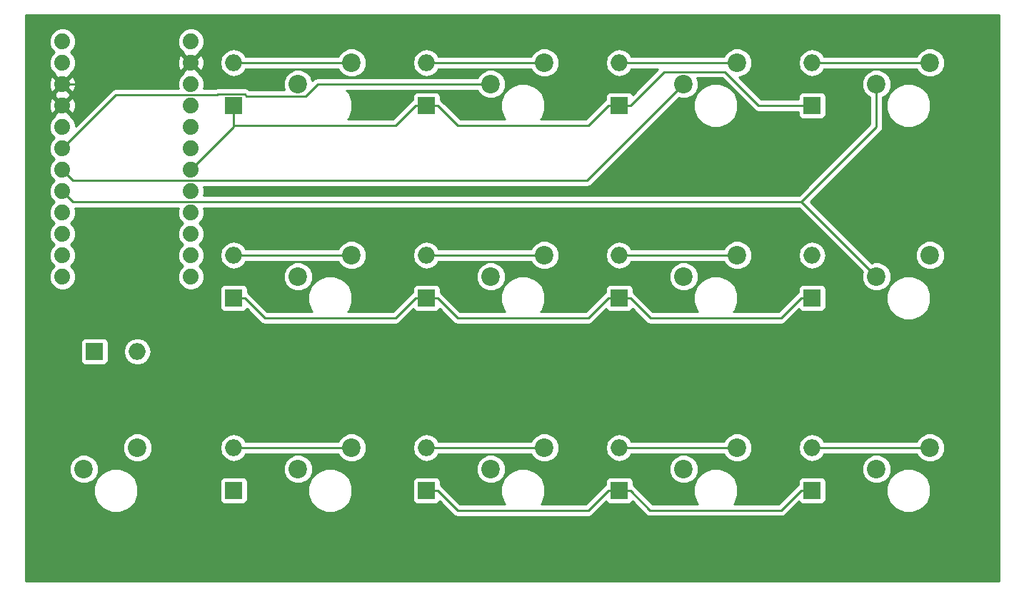
<source format=gbr>
G04 #@! TF.FileFunction,Copper,L1,Top,Signal*
%FSLAX46Y46*%
G04 Gerber Fmt 4.6, Leading zero omitted, Abs format (unit mm)*
G04 Created by KiCad (PCBNEW 4.0.5+dfsg1-4) date Fri Jun 28 09:21:59 2019*
%MOMM*%
%LPD*%
G01*
G04 APERTURE LIST*
%ADD10C,0.100000*%
%ADD11R,2.000000X2.000000*%
%ADD12O,2.000000X2.000000*%
%ADD13C,2.200000*%
%ADD14C,1.879600*%
%ADD15C,0.250000*%
%ADD16C,0.254000*%
G04 APERTURE END LIST*
D10*
D11*
X54610000Y-46990000D03*
D12*
X54610000Y-41910000D03*
D11*
X54610000Y-69850000D03*
D12*
X54610000Y-64770000D03*
D11*
X54610000Y-92710000D03*
D12*
X54610000Y-87630000D03*
D11*
X77470000Y-46990000D03*
D12*
X77470000Y-41910000D03*
D11*
X77470000Y-69850000D03*
D12*
X77470000Y-64770000D03*
D11*
X77470000Y-92710000D03*
D12*
X77470000Y-87630000D03*
D11*
X100330000Y-46990000D03*
D12*
X100330000Y-41910000D03*
D11*
X100330000Y-69850000D03*
D12*
X100330000Y-64770000D03*
D11*
X100330000Y-92710000D03*
D12*
X100330000Y-87630000D03*
D11*
X123190000Y-46990000D03*
D12*
X123190000Y-41910000D03*
D11*
X123190000Y-69850000D03*
D12*
X123190000Y-64770000D03*
D11*
X123190000Y-92710000D03*
D12*
X123190000Y-87630000D03*
D11*
X38100000Y-76200000D03*
D12*
X43180000Y-76200000D03*
D13*
X68580000Y-41910000D03*
X62230000Y-44450000D03*
X68580000Y-64770000D03*
X62230000Y-67310000D03*
X68580000Y-87630000D03*
X62230000Y-90170000D03*
X91440000Y-41910000D03*
X85090000Y-44450000D03*
X91440000Y-64770000D03*
X85090000Y-67310000D03*
X91440000Y-87630000D03*
X85090000Y-90170000D03*
X114300000Y-41910000D03*
X107950000Y-44450000D03*
X114300000Y-64770000D03*
X107950000Y-67310000D03*
X114300000Y-87630000D03*
X107950000Y-90170000D03*
X137160000Y-41910000D03*
X130810000Y-44450000D03*
X137160000Y-64770000D03*
X130810000Y-67310000D03*
X137160000Y-87630000D03*
X130810000Y-90170000D03*
X43180000Y-87630000D03*
X36830000Y-90170000D03*
D14*
X34290000Y-39370000D03*
X34290000Y-41910000D03*
X34290000Y-44450000D03*
X34290000Y-46990000D03*
X34290000Y-49530000D03*
X34290000Y-52070000D03*
X34290000Y-54610000D03*
X34290000Y-57150000D03*
X34290000Y-59690000D03*
X34290000Y-62230000D03*
X34290000Y-64770000D03*
X34290000Y-67310000D03*
X49530000Y-67310000D03*
X49530000Y-64770000D03*
X49530000Y-62230000D03*
X49530000Y-59690000D03*
X49530000Y-57150000D03*
X49530000Y-54610000D03*
X49530000Y-52070000D03*
X49530000Y-49530000D03*
X49530000Y-46990000D03*
X49530000Y-44450000D03*
X49530000Y-41910000D03*
X49530000Y-39370000D03*
D15*
X105673200Y-42972100D02*
X101655300Y-46990000D01*
X112822100Y-42972100D02*
X105673200Y-42972100D01*
X116840000Y-46990000D02*
X112822100Y-42972100D01*
X123190000Y-46990000D02*
X116840000Y-46990000D01*
X100992700Y-46990000D02*
X101655300Y-46990000D01*
X100992700Y-46990000D02*
X100330000Y-46990000D01*
X81161300Y-49356000D02*
X78795300Y-46990000D01*
X96638700Y-49356000D02*
X81161300Y-49356000D01*
X99004700Y-46990000D02*
X96638700Y-49356000D01*
X100330000Y-46990000D02*
X99004700Y-46990000D01*
X78132700Y-46990000D02*
X78795300Y-46990000D01*
X78132700Y-46990000D02*
X77470000Y-46990000D01*
X77470000Y-46990000D02*
X76144700Y-46990000D01*
X73778700Y-49356000D02*
X54610000Y-49356000D01*
X76144700Y-46990000D02*
X73778700Y-49356000D01*
X54610000Y-49530000D02*
X54610000Y-49356000D01*
X49530000Y-54610000D02*
X54610000Y-49530000D01*
X54610000Y-49356000D02*
X54610000Y-46990000D01*
X68580000Y-41910000D02*
X54610000Y-41910000D01*
X119510700Y-72204000D02*
X121864700Y-69850000D01*
X104009300Y-72204000D02*
X119510700Y-72204000D01*
X101655300Y-69850000D02*
X104009300Y-72204000D01*
X100330000Y-69850000D02*
X101655300Y-69850000D01*
X123190000Y-69850000D02*
X121864700Y-69850000D01*
X96650700Y-72204000D02*
X99004700Y-69850000D01*
X81149300Y-72204000D02*
X96650700Y-72204000D01*
X78795300Y-69850000D02*
X81149300Y-72204000D01*
X77470000Y-69850000D02*
X78795300Y-69850000D01*
X100330000Y-69850000D02*
X99004700Y-69850000D01*
X73790700Y-72204000D02*
X76144700Y-69850000D01*
X58289300Y-72204000D02*
X73790700Y-72204000D01*
X55935300Y-69850000D02*
X58289300Y-72204000D01*
X54610000Y-69850000D02*
X55935300Y-69850000D01*
X77470000Y-69850000D02*
X76144700Y-69850000D01*
X68580000Y-64770000D02*
X54610000Y-64770000D01*
X103986400Y-95041100D02*
X101655300Y-92710000D01*
X119533600Y-95041100D02*
X103986400Y-95041100D01*
X121864700Y-92710000D02*
X119533600Y-95041100D01*
X123190000Y-92710000D02*
X121864700Y-92710000D01*
X100992700Y-92710000D02*
X101655300Y-92710000D01*
X100992700Y-92710000D02*
X100330000Y-92710000D01*
X96662200Y-95052500D02*
X99004700Y-92710000D01*
X81137800Y-95052500D02*
X96662200Y-95052500D01*
X78795300Y-92710000D02*
X81137800Y-95052500D01*
X77470000Y-92710000D02*
X78795300Y-92710000D01*
X100330000Y-92710000D02*
X99004700Y-92710000D01*
X68580000Y-87630000D02*
X54610000Y-87630000D01*
X91440000Y-41910000D02*
X77470000Y-41910000D01*
X91440000Y-64770000D02*
X77470000Y-64770000D01*
X91440000Y-87630000D02*
X77470000Y-87630000D01*
X114300000Y-41910000D02*
X100330000Y-41910000D01*
X114300000Y-64770000D02*
X100330000Y-64770000D01*
X114300000Y-87630000D02*
X100330000Y-87630000D01*
X137160000Y-41910000D02*
X123190000Y-41910000D01*
X137160000Y-87630000D02*
X123190000Y-87630000D01*
X64559500Y-44450000D02*
X85090000Y-44450000D01*
X63134200Y-45875300D02*
X64559500Y-44450000D01*
X56146100Y-45875300D02*
X63134200Y-45875300D01*
X55935400Y-45664600D02*
X56146100Y-45875300D01*
X52729800Y-45664600D02*
X55935400Y-45664600D01*
X52674400Y-45720000D02*
X52729800Y-45664600D01*
X40640000Y-45720000D02*
X52674400Y-45720000D01*
X34290000Y-52070000D02*
X40640000Y-45720000D01*
X96520000Y-55880000D02*
X107950000Y-44450000D01*
X35560000Y-55880000D02*
X96520000Y-55880000D01*
X34290000Y-54610000D02*
X35560000Y-55880000D01*
X130810000Y-49529600D02*
X130810000Y-44450000D01*
X121919800Y-58419800D02*
X130810000Y-49529600D01*
X35559800Y-58419800D02*
X121919800Y-58419800D01*
X34290000Y-57150000D02*
X35559800Y-58419800D01*
X121919800Y-58419800D02*
X130810000Y-67310000D01*
X46990000Y-44450000D02*
X34290000Y-44450000D01*
X49530000Y-41910000D02*
X46990000Y-44450000D01*
D16*
G36*
X145340000Y-103430000D02*
X29920000Y-103430000D01*
X29920000Y-93231834D01*
X38004543Y-93231834D01*
X38404853Y-94200658D01*
X39145443Y-94942542D01*
X40113567Y-95344542D01*
X41161834Y-95345457D01*
X42130658Y-94945147D01*
X42872542Y-94204557D01*
X43274542Y-93236433D01*
X43275457Y-92188166D01*
X43077883Y-91710000D01*
X52962560Y-91710000D01*
X52962560Y-93710000D01*
X53006838Y-93945317D01*
X53145910Y-94161441D01*
X53358110Y-94306431D01*
X53610000Y-94357440D01*
X55610000Y-94357440D01*
X55845317Y-94313162D01*
X56061441Y-94174090D01*
X56206431Y-93961890D01*
X56257440Y-93710000D01*
X56257440Y-93231834D01*
X63404543Y-93231834D01*
X63804853Y-94200658D01*
X64545443Y-94942542D01*
X65513567Y-95344542D01*
X66561834Y-95345457D01*
X67530658Y-94945147D01*
X68272542Y-94204557D01*
X68674542Y-93236433D01*
X68675457Y-92188166D01*
X68477883Y-91710000D01*
X75822560Y-91710000D01*
X75822560Y-93710000D01*
X75866838Y-93945317D01*
X76005910Y-94161441D01*
X76218110Y-94306431D01*
X76470000Y-94357440D01*
X78470000Y-94357440D01*
X78705317Y-94313162D01*
X78921441Y-94174090D01*
X79028257Y-94017759D01*
X80600399Y-95589901D01*
X80846960Y-95754648D01*
X81137800Y-95812500D01*
X96662200Y-95812500D01*
X96953039Y-95754648D01*
X97199601Y-95589901D01*
X98772784Y-94016718D01*
X98865910Y-94161441D01*
X99078110Y-94306431D01*
X99330000Y-94357440D01*
X101330000Y-94357440D01*
X101565317Y-94313162D01*
X101781441Y-94174090D01*
X101888257Y-94017759D01*
X103448999Y-95578501D01*
X103695560Y-95743248D01*
X103986400Y-95801100D01*
X119533600Y-95801100D01*
X119824439Y-95743248D01*
X120071001Y-95578501D01*
X121632784Y-94016718D01*
X121725910Y-94161441D01*
X121938110Y-94306431D01*
X122190000Y-94357440D01*
X124190000Y-94357440D01*
X124425317Y-94313162D01*
X124641441Y-94174090D01*
X124786431Y-93961890D01*
X124837440Y-93710000D01*
X124837440Y-93231834D01*
X131984543Y-93231834D01*
X132384853Y-94200658D01*
X133125443Y-94942542D01*
X134093567Y-95344542D01*
X135141834Y-95345457D01*
X136110658Y-94945147D01*
X136852542Y-94204557D01*
X137254542Y-93236433D01*
X137255457Y-92188166D01*
X136855147Y-91219342D01*
X136114557Y-90477458D01*
X135146433Y-90075458D01*
X134098166Y-90074543D01*
X133129342Y-90474853D01*
X132387458Y-91215443D01*
X131985458Y-92183567D01*
X131984543Y-93231834D01*
X124837440Y-93231834D01*
X124837440Y-91710000D01*
X124793162Y-91474683D01*
X124654090Y-91258559D01*
X124441890Y-91113569D01*
X124190000Y-91062560D01*
X122190000Y-91062560D01*
X121954683Y-91106838D01*
X121738559Y-91245910D01*
X121593569Y-91458110D01*
X121542560Y-91710000D01*
X121542560Y-92028766D01*
X121327299Y-92172599D01*
X119218798Y-94281100D01*
X113915865Y-94281100D01*
X113992542Y-94204557D01*
X114394542Y-93236433D01*
X114395457Y-92188166D01*
X113995147Y-91219342D01*
X113290635Y-90513599D01*
X129074699Y-90513599D01*
X129338281Y-91151515D01*
X129825918Y-91640004D01*
X130463373Y-91904699D01*
X131153599Y-91905301D01*
X131791515Y-91641719D01*
X132280004Y-91154082D01*
X132544699Y-90516627D01*
X132545301Y-89826401D01*
X132281719Y-89188485D01*
X131794082Y-88699996D01*
X131156627Y-88435301D01*
X130466401Y-88434699D01*
X129828485Y-88698281D01*
X129339996Y-89185918D01*
X129075301Y-89823373D01*
X129074699Y-90513599D01*
X113290635Y-90513599D01*
X113254557Y-90477458D01*
X112286433Y-90075458D01*
X111238166Y-90074543D01*
X110269342Y-90474853D01*
X109527458Y-91215443D01*
X109125458Y-92183567D01*
X109124543Y-93231834D01*
X109524853Y-94200658D01*
X109605155Y-94281100D01*
X104301202Y-94281100D01*
X102192701Y-92172599D01*
X101977440Y-92028767D01*
X101977440Y-91710000D01*
X101933162Y-91474683D01*
X101794090Y-91258559D01*
X101581890Y-91113569D01*
X101330000Y-91062560D01*
X99330000Y-91062560D01*
X99094683Y-91106838D01*
X98878559Y-91245910D01*
X98733569Y-91458110D01*
X98682560Y-91710000D01*
X98682560Y-92028766D01*
X98467299Y-92172599D01*
X96347398Y-94292500D01*
X91044445Y-94292500D01*
X91132542Y-94204557D01*
X91534542Y-93236433D01*
X91535457Y-92188166D01*
X91135147Y-91219342D01*
X90430635Y-90513599D01*
X106214699Y-90513599D01*
X106478281Y-91151515D01*
X106965918Y-91640004D01*
X107603373Y-91904699D01*
X108293599Y-91905301D01*
X108931515Y-91641719D01*
X109420004Y-91154082D01*
X109684699Y-90516627D01*
X109685301Y-89826401D01*
X109421719Y-89188485D01*
X108934082Y-88699996D01*
X108296627Y-88435301D01*
X107606401Y-88434699D01*
X106968485Y-88698281D01*
X106479996Y-89185918D01*
X106215301Y-89823373D01*
X106214699Y-90513599D01*
X90430635Y-90513599D01*
X90394557Y-90477458D01*
X89426433Y-90075458D01*
X88378166Y-90074543D01*
X87409342Y-90474853D01*
X86667458Y-91215443D01*
X86265458Y-92183567D01*
X86264543Y-93231834D01*
X86664853Y-94200658D01*
X86756535Y-94292500D01*
X81452602Y-94292500D01*
X79332701Y-92172599D01*
X79117440Y-92028767D01*
X79117440Y-91710000D01*
X79073162Y-91474683D01*
X78934090Y-91258559D01*
X78721890Y-91113569D01*
X78470000Y-91062560D01*
X76470000Y-91062560D01*
X76234683Y-91106838D01*
X76018559Y-91245910D01*
X75873569Y-91458110D01*
X75822560Y-91710000D01*
X68477883Y-91710000D01*
X68275147Y-91219342D01*
X67570635Y-90513599D01*
X83354699Y-90513599D01*
X83618281Y-91151515D01*
X84105918Y-91640004D01*
X84743373Y-91904699D01*
X85433599Y-91905301D01*
X86071515Y-91641719D01*
X86560004Y-91154082D01*
X86824699Y-90516627D01*
X86825301Y-89826401D01*
X86561719Y-89188485D01*
X86074082Y-88699996D01*
X85436627Y-88435301D01*
X84746401Y-88434699D01*
X84108485Y-88698281D01*
X83619996Y-89185918D01*
X83355301Y-89823373D01*
X83354699Y-90513599D01*
X67570635Y-90513599D01*
X67534557Y-90477458D01*
X66566433Y-90075458D01*
X65518166Y-90074543D01*
X64549342Y-90474853D01*
X63807458Y-91215443D01*
X63405458Y-92183567D01*
X63404543Y-93231834D01*
X56257440Y-93231834D01*
X56257440Y-91710000D01*
X56213162Y-91474683D01*
X56074090Y-91258559D01*
X55861890Y-91113569D01*
X55610000Y-91062560D01*
X53610000Y-91062560D01*
X53374683Y-91106838D01*
X53158559Y-91245910D01*
X53013569Y-91458110D01*
X52962560Y-91710000D01*
X43077883Y-91710000D01*
X42875147Y-91219342D01*
X42170635Y-90513599D01*
X60494699Y-90513599D01*
X60758281Y-91151515D01*
X61245918Y-91640004D01*
X61883373Y-91904699D01*
X62573599Y-91905301D01*
X63211515Y-91641719D01*
X63700004Y-91154082D01*
X63964699Y-90516627D01*
X63965301Y-89826401D01*
X63701719Y-89188485D01*
X63214082Y-88699996D01*
X62576627Y-88435301D01*
X61886401Y-88434699D01*
X61248485Y-88698281D01*
X60759996Y-89185918D01*
X60495301Y-89823373D01*
X60494699Y-90513599D01*
X42170635Y-90513599D01*
X42134557Y-90477458D01*
X41166433Y-90075458D01*
X40118166Y-90074543D01*
X39149342Y-90474853D01*
X38407458Y-91215443D01*
X38005458Y-92183567D01*
X38004543Y-93231834D01*
X29920000Y-93231834D01*
X29920000Y-90513599D01*
X35094699Y-90513599D01*
X35358281Y-91151515D01*
X35845918Y-91640004D01*
X36483373Y-91904699D01*
X37173599Y-91905301D01*
X37811515Y-91641719D01*
X38300004Y-91154082D01*
X38564699Y-90516627D01*
X38565301Y-89826401D01*
X38301719Y-89188485D01*
X37814082Y-88699996D01*
X37176627Y-88435301D01*
X36486401Y-88434699D01*
X35848485Y-88698281D01*
X35359996Y-89185918D01*
X35095301Y-89823373D01*
X35094699Y-90513599D01*
X29920000Y-90513599D01*
X29920000Y-87973599D01*
X41444699Y-87973599D01*
X41708281Y-88611515D01*
X42195918Y-89100004D01*
X42833373Y-89364699D01*
X43523599Y-89365301D01*
X44161515Y-89101719D01*
X44650004Y-88614082D01*
X44914699Y-87976627D01*
X44915029Y-87597968D01*
X52975000Y-87597968D01*
X52975000Y-87662032D01*
X53099457Y-88287719D01*
X53453880Y-88818152D01*
X53984313Y-89172575D01*
X54610000Y-89297032D01*
X55235687Y-89172575D01*
X55766120Y-88818152D01*
X56052201Y-88390000D01*
X67016753Y-88390000D01*
X67108281Y-88611515D01*
X67595918Y-89100004D01*
X68233373Y-89364699D01*
X68923599Y-89365301D01*
X69561515Y-89101719D01*
X70050004Y-88614082D01*
X70314699Y-87976627D01*
X70315029Y-87597968D01*
X75835000Y-87597968D01*
X75835000Y-87662032D01*
X75959457Y-88287719D01*
X76313880Y-88818152D01*
X76844313Y-89172575D01*
X77470000Y-89297032D01*
X78095687Y-89172575D01*
X78626120Y-88818152D01*
X78912201Y-88390000D01*
X89876753Y-88390000D01*
X89968281Y-88611515D01*
X90455918Y-89100004D01*
X91093373Y-89364699D01*
X91783599Y-89365301D01*
X92421515Y-89101719D01*
X92910004Y-88614082D01*
X93174699Y-87976627D01*
X93175029Y-87597968D01*
X98695000Y-87597968D01*
X98695000Y-87662032D01*
X98819457Y-88287719D01*
X99173880Y-88818152D01*
X99704313Y-89172575D01*
X100330000Y-89297032D01*
X100955687Y-89172575D01*
X101486120Y-88818152D01*
X101772201Y-88390000D01*
X112736753Y-88390000D01*
X112828281Y-88611515D01*
X113315918Y-89100004D01*
X113953373Y-89364699D01*
X114643599Y-89365301D01*
X115281515Y-89101719D01*
X115770004Y-88614082D01*
X116034699Y-87976627D01*
X116035029Y-87597968D01*
X121555000Y-87597968D01*
X121555000Y-87662032D01*
X121679457Y-88287719D01*
X122033880Y-88818152D01*
X122564313Y-89172575D01*
X123190000Y-89297032D01*
X123815687Y-89172575D01*
X124346120Y-88818152D01*
X124632201Y-88390000D01*
X135596753Y-88390000D01*
X135688281Y-88611515D01*
X136175918Y-89100004D01*
X136813373Y-89364699D01*
X137503599Y-89365301D01*
X138141515Y-89101719D01*
X138630004Y-88614082D01*
X138894699Y-87976627D01*
X138895301Y-87286401D01*
X138631719Y-86648485D01*
X138144082Y-86159996D01*
X137506627Y-85895301D01*
X136816401Y-85894699D01*
X136178485Y-86158281D01*
X135689996Y-86645918D01*
X135596949Y-86870000D01*
X124632201Y-86870000D01*
X124346120Y-86441848D01*
X123815687Y-86087425D01*
X123190000Y-85962968D01*
X122564313Y-86087425D01*
X122033880Y-86441848D01*
X121679457Y-86972281D01*
X121555000Y-87597968D01*
X116035029Y-87597968D01*
X116035301Y-87286401D01*
X115771719Y-86648485D01*
X115284082Y-86159996D01*
X114646627Y-85895301D01*
X113956401Y-85894699D01*
X113318485Y-86158281D01*
X112829996Y-86645918D01*
X112736949Y-86870000D01*
X101772201Y-86870000D01*
X101486120Y-86441848D01*
X100955687Y-86087425D01*
X100330000Y-85962968D01*
X99704313Y-86087425D01*
X99173880Y-86441848D01*
X98819457Y-86972281D01*
X98695000Y-87597968D01*
X93175029Y-87597968D01*
X93175301Y-87286401D01*
X92911719Y-86648485D01*
X92424082Y-86159996D01*
X91786627Y-85895301D01*
X91096401Y-85894699D01*
X90458485Y-86158281D01*
X89969996Y-86645918D01*
X89876949Y-86870000D01*
X78912201Y-86870000D01*
X78626120Y-86441848D01*
X78095687Y-86087425D01*
X77470000Y-85962968D01*
X76844313Y-86087425D01*
X76313880Y-86441848D01*
X75959457Y-86972281D01*
X75835000Y-87597968D01*
X70315029Y-87597968D01*
X70315301Y-87286401D01*
X70051719Y-86648485D01*
X69564082Y-86159996D01*
X68926627Y-85895301D01*
X68236401Y-85894699D01*
X67598485Y-86158281D01*
X67109996Y-86645918D01*
X67016949Y-86870000D01*
X56052201Y-86870000D01*
X55766120Y-86441848D01*
X55235687Y-86087425D01*
X54610000Y-85962968D01*
X53984313Y-86087425D01*
X53453880Y-86441848D01*
X53099457Y-86972281D01*
X52975000Y-87597968D01*
X44915029Y-87597968D01*
X44915301Y-87286401D01*
X44651719Y-86648485D01*
X44164082Y-86159996D01*
X43526627Y-85895301D01*
X42836401Y-85894699D01*
X42198485Y-86158281D01*
X41709996Y-86645918D01*
X41445301Y-87283373D01*
X41444699Y-87973599D01*
X29920000Y-87973599D01*
X29920000Y-75200000D01*
X36452560Y-75200000D01*
X36452560Y-77200000D01*
X36496838Y-77435317D01*
X36635910Y-77651441D01*
X36848110Y-77796431D01*
X37100000Y-77847440D01*
X39100000Y-77847440D01*
X39335317Y-77803162D01*
X39551441Y-77664090D01*
X39696431Y-77451890D01*
X39747440Y-77200000D01*
X39747440Y-76200000D01*
X41512968Y-76200000D01*
X41637425Y-76825687D01*
X41991848Y-77356120D01*
X42522281Y-77710543D01*
X43147968Y-77835000D01*
X43212032Y-77835000D01*
X43837719Y-77710543D01*
X44368152Y-77356120D01*
X44722575Y-76825687D01*
X44847032Y-76200000D01*
X44722575Y-75574313D01*
X44368152Y-75043880D01*
X43837719Y-74689457D01*
X43212032Y-74565000D01*
X43147968Y-74565000D01*
X42522281Y-74689457D01*
X41991848Y-75043880D01*
X41637425Y-75574313D01*
X41512968Y-76200000D01*
X39747440Y-76200000D01*
X39747440Y-75200000D01*
X39703162Y-74964683D01*
X39564090Y-74748559D01*
X39351890Y-74603569D01*
X39100000Y-74552560D01*
X37100000Y-74552560D01*
X36864683Y-74596838D01*
X36648559Y-74735910D01*
X36503569Y-74948110D01*
X36452560Y-75200000D01*
X29920000Y-75200000D01*
X29920000Y-49841873D01*
X32714927Y-49841873D01*
X32954171Y-50420887D01*
X33332896Y-50800273D01*
X32955728Y-51176783D01*
X32715474Y-51755379D01*
X32714927Y-52381873D01*
X32954171Y-52960887D01*
X33332896Y-53340273D01*
X32955728Y-53716783D01*
X32715474Y-54295379D01*
X32714927Y-54921873D01*
X32954171Y-55500887D01*
X33332896Y-55880273D01*
X32955728Y-56256783D01*
X32715474Y-56835379D01*
X32714927Y-57461873D01*
X32954171Y-58040887D01*
X33332896Y-58420273D01*
X32955728Y-58796783D01*
X32715474Y-59375379D01*
X32714927Y-60001873D01*
X32954171Y-60580887D01*
X33332896Y-60960273D01*
X32955728Y-61336783D01*
X32715474Y-61915379D01*
X32714927Y-62541873D01*
X32954171Y-63120887D01*
X33332896Y-63500273D01*
X32955728Y-63876783D01*
X32715474Y-64455379D01*
X32714927Y-65081873D01*
X32954171Y-65660887D01*
X33332896Y-66040273D01*
X32955728Y-66416783D01*
X32715474Y-66995379D01*
X32714927Y-67621873D01*
X32954171Y-68200887D01*
X33396783Y-68644272D01*
X33975379Y-68884526D01*
X34601873Y-68885073D01*
X35180887Y-68645829D01*
X35624272Y-68203217D01*
X35864526Y-67624621D01*
X35865073Y-66998127D01*
X35625829Y-66419113D01*
X35247104Y-66039727D01*
X35624272Y-65663217D01*
X35864526Y-65084621D01*
X35865073Y-64458127D01*
X35625829Y-63879113D01*
X35247104Y-63499727D01*
X35624272Y-63123217D01*
X35864526Y-62544621D01*
X35865073Y-61918127D01*
X35625829Y-61339113D01*
X35247104Y-60959727D01*
X35624272Y-60583217D01*
X35864526Y-60004621D01*
X35865073Y-59378127D01*
X35783126Y-59179800D01*
X48036685Y-59179800D01*
X47955474Y-59375379D01*
X47954927Y-60001873D01*
X48194171Y-60580887D01*
X48572896Y-60960273D01*
X48195728Y-61336783D01*
X47955474Y-61915379D01*
X47954927Y-62541873D01*
X48194171Y-63120887D01*
X48572896Y-63500273D01*
X48195728Y-63876783D01*
X47955474Y-64455379D01*
X47954927Y-65081873D01*
X48194171Y-65660887D01*
X48572896Y-66040273D01*
X48195728Y-66416783D01*
X47955474Y-66995379D01*
X47954927Y-67621873D01*
X48194171Y-68200887D01*
X48636783Y-68644272D01*
X49215379Y-68884526D01*
X49841873Y-68885073D01*
X49926756Y-68850000D01*
X52962560Y-68850000D01*
X52962560Y-70850000D01*
X53006838Y-71085317D01*
X53145910Y-71301441D01*
X53358110Y-71446431D01*
X53610000Y-71497440D01*
X55610000Y-71497440D01*
X55845317Y-71453162D01*
X56061441Y-71314090D01*
X56168257Y-71157759D01*
X57751899Y-72741401D01*
X57998461Y-72906148D01*
X58289300Y-72964000D01*
X73790700Y-72964000D01*
X74081539Y-72906148D01*
X74328101Y-72741401D01*
X75912784Y-71156718D01*
X76005910Y-71301441D01*
X76218110Y-71446431D01*
X76470000Y-71497440D01*
X78470000Y-71497440D01*
X78705317Y-71453162D01*
X78921441Y-71314090D01*
X79028257Y-71157759D01*
X80611899Y-72741401D01*
X80858461Y-72906148D01*
X81149300Y-72964000D01*
X96650700Y-72964000D01*
X96941539Y-72906148D01*
X97188101Y-72741401D01*
X98772784Y-71156718D01*
X98865910Y-71301441D01*
X99078110Y-71446431D01*
X99330000Y-71497440D01*
X101330000Y-71497440D01*
X101565317Y-71453162D01*
X101781441Y-71314090D01*
X101888257Y-71157759D01*
X103471899Y-72741401D01*
X103718461Y-72906148D01*
X104009300Y-72964000D01*
X119510700Y-72964000D01*
X119801539Y-72906148D01*
X120048101Y-72741401D01*
X121632784Y-71156718D01*
X121725910Y-71301441D01*
X121938110Y-71446431D01*
X122190000Y-71497440D01*
X124190000Y-71497440D01*
X124425317Y-71453162D01*
X124641441Y-71314090D01*
X124786431Y-71101890D01*
X124837440Y-70850000D01*
X124837440Y-70371834D01*
X131984543Y-70371834D01*
X132384853Y-71340658D01*
X133125443Y-72082542D01*
X134093567Y-72484542D01*
X135141834Y-72485457D01*
X136110658Y-72085147D01*
X136852542Y-71344557D01*
X137254542Y-70376433D01*
X137255457Y-69328166D01*
X136855147Y-68359342D01*
X136114557Y-67617458D01*
X135146433Y-67215458D01*
X134098166Y-67214543D01*
X133129342Y-67614853D01*
X132387458Y-68355443D01*
X131985458Y-69323567D01*
X131984543Y-70371834D01*
X124837440Y-70371834D01*
X124837440Y-68850000D01*
X124793162Y-68614683D01*
X124654090Y-68398559D01*
X124441890Y-68253569D01*
X124190000Y-68202560D01*
X122190000Y-68202560D01*
X121954683Y-68246838D01*
X121738559Y-68385910D01*
X121593569Y-68598110D01*
X121542560Y-68850000D01*
X121542560Y-69168767D01*
X121327299Y-69312599D01*
X119195898Y-71444000D01*
X113892925Y-71444000D01*
X113992542Y-71344557D01*
X114394542Y-70376433D01*
X114395457Y-69328166D01*
X113995147Y-68359342D01*
X113254557Y-67617458D01*
X112286433Y-67215458D01*
X111238166Y-67214543D01*
X110269342Y-67614853D01*
X109527458Y-68355443D01*
X109125458Y-69323567D01*
X109124543Y-70371834D01*
X109524853Y-71340658D01*
X109628015Y-71444000D01*
X104324102Y-71444000D01*
X102192701Y-69312599D01*
X101977440Y-69168767D01*
X101977440Y-68850000D01*
X101933162Y-68614683D01*
X101794090Y-68398559D01*
X101581890Y-68253569D01*
X101330000Y-68202560D01*
X99330000Y-68202560D01*
X99094683Y-68246838D01*
X98878559Y-68385910D01*
X98733569Y-68598110D01*
X98682560Y-68850000D01*
X98682560Y-69168767D01*
X98467299Y-69312599D01*
X96335898Y-71444000D01*
X91032925Y-71444000D01*
X91132542Y-71344557D01*
X91534542Y-70376433D01*
X91535457Y-69328166D01*
X91135147Y-68359342D01*
X90430635Y-67653599D01*
X106214699Y-67653599D01*
X106478281Y-68291515D01*
X106965918Y-68780004D01*
X107603373Y-69044699D01*
X108293599Y-69045301D01*
X108931515Y-68781719D01*
X109420004Y-68294082D01*
X109684699Y-67656627D01*
X109685301Y-66966401D01*
X109421719Y-66328485D01*
X108934082Y-65839996D01*
X108296627Y-65575301D01*
X107606401Y-65574699D01*
X106968485Y-65838281D01*
X106479996Y-66325918D01*
X106215301Y-66963373D01*
X106214699Y-67653599D01*
X90430635Y-67653599D01*
X90394557Y-67617458D01*
X89426433Y-67215458D01*
X88378166Y-67214543D01*
X87409342Y-67614853D01*
X86667458Y-68355443D01*
X86265458Y-69323567D01*
X86264543Y-70371834D01*
X86664853Y-71340658D01*
X86768015Y-71444000D01*
X81464102Y-71444000D01*
X79332701Y-69312599D01*
X79117440Y-69168767D01*
X79117440Y-68850000D01*
X79073162Y-68614683D01*
X78934090Y-68398559D01*
X78721890Y-68253569D01*
X78470000Y-68202560D01*
X76470000Y-68202560D01*
X76234683Y-68246838D01*
X76018559Y-68385910D01*
X75873569Y-68598110D01*
X75822560Y-68850000D01*
X75822560Y-69168767D01*
X75607299Y-69312599D01*
X73475898Y-71444000D01*
X68172925Y-71444000D01*
X68272542Y-71344557D01*
X68674542Y-70376433D01*
X68675457Y-69328166D01*
X68275147Y-68359342D01*
X67570635Y-67653599D01*
X83354699Y-67653599D01*
X83618281Y-68291515D01*
X84105918Y-68780004D01*
X84743373Y-69044699D01*
X85433599Y-69045301D01*
X86071515Y-68781719D01*
X86560004Y-68294082D01*
X86824699Y-67656627D01*
X86825301Y-66966401D01*
X86561719Y-66328485D01*
X86074082Y-65839996D01*
X85436627Y-65575301D01*
X84746401Y-65574699D01*
X84108485Y-65838281D01*
X83619996Y-66325918D01*
X83355301Y-66963373D01*
X83354699Y-67653599D01*
X67570635Y-67653599D01*
X67534557Y-67617458D01*
X66566433Y-67215458D01*
X65518166Y-67214543D01*
X64549342Y-67614853D01*
X63807458Y-68355443D01*
X63405458Y-69323567D01*
X63404543Y-70371834D01*
X63804853Y-71340658D01*
X63908015Y-71444000D01*
X58604102Y-71444000D01*
X56472701Y-69312599D01*
X56257440Y-69168767D01*
X56257440Y-68850000D01*
X56213162Y-68614683D01*
X56074090Y-68398559D01*
X55861890Y-68253569D01*
X55610000Y-68202560D01*
X53610000Y-68202560D01*
X53374683Y-68246838D01*
X53158559Y-68385910D01*
X53013569Y-68598110D01*
X52962560Y-68850000D01*
X49926756Y-68850000D01*
X50420887Y-68645829D01*
X50864272Y-68203217D01*
X51092493Y-67653599D01*
X60494699Y-67653599D01*
X60758281Y-68291515D01*
X61245918Y-68780004D01*
X61883373Y-69044699D01*
X62573599Y-69045301D01*
X63211515Y-68781719D01*
X63700004Y-68294082D01*
X63964699Y-67656627D01*
X63965301Y-66966401D01*
X63701719Y-66328485D01*
X63214082Y-65839996D01*
X62576627Y-65575301D01*
X61886401Y-65574699D01*
X61248485Y-65838281D01*
X60759996Y-66325918D01*
X60495301Y-66963373D01*
X60494699Y-67653599D01*
X51092493Y-67653599D01*
X51104526Y-67624621D01*
X51105073Y-66998127D01*
X50865829Y-66419113D01*
X50487104Y-66039727D01*
X50864272Y-65663217D01*
X51104526Y-65084621D01*
X51104828Y-64737968D01*
X52975000Y-64737968D01*
X52975000Y-64802032D01*
X53099457Y-65427719D01*
X53453880Y-65958152D01*
X53984313Y-66312575D01*
X54610000Y-66437032D01*
X55235687Y-66312575D01*
X55766120Y-65958152D01*
X56052201Y-65530000D01*
X67016753Y-65530000D01*
X67108281Y-65751515D01*
X67595918Y-66240004D01*
X68233373Y-66504699D01*
X68923599Y-66505301D01*
X69561515Y-66241719D01*
X70050004Y-65754082D01*
X70314699Y-65116627D01*
X70315029Y-64737968D01*
X75835000Y-64737968D01*
X75835000Y-64802032D01*
X75959457Y-65427719D01*
X76313880Y-65958152D01*
X76844313Y-66312575D01*
X77470000Y-66437032D01*
X78095687Y-66312575D01*
X78626120Y-65958152D01*
X78912201Y-65530000D01*
X89876753Y-65530000D01*
X89968281Y-65751515D01*
X90455918Y-66240004D01*
X91093373Y-66504699D01*
X91783599Y-66505301D01*
X92421515Y-66241719D01*
X92910004Y-65754082D01*
X93174699Y-65116627D01*
X93175029Y-64737968D01*
X98695000Y-64737968D01*
X98695000Y-64802032D01*
X98819457Y-65427719D01*
X99173880Y-65958152D01*
X99704313Y-66312575D01*
X100330000Y-66437032D01*
X100955687Y-66312575D01*
X101486120Y-65958152D01*
X101772201Y-65530000D01*
X112736753Y-65530000D01*
X112828281Y-65751515D01*
X113315918Y-66240004D01*
X113953373Y-66504699D01*
X114643599Y-66505301D01*
X115281515Y-66241719D01*
X115770004Y-65754082D01*
X116034699Y-65116627D01*
X116035029Y-64737968D01*
X121555000Y-64737968D01*
X121555000Y-64802032D01*
X121679457Y-65427719D01*
X122033880Y-65958152D01*
X122564313Y-66312575D01*
X123190000Y-66437032D01*
X123815687Y-66312575D01*
X124346120Y-65958152D01*
X124700543Y-65427719D01*
X124825000Y-64802032D01*
X124825000Y-64737968D01*
X124700543Y-64112281D01*
X124346120Y-63581848D01*
X123815687Y-63227425D01*
X123190000Y-63102968D01*
X122564313Y-63227425D01*
X122033880Y-63581848D01*
X121679457Y-64112281D01*
X121555000Y-64737968D01*
X116035029Y-64737968D01*
X116035301Y-64426401D01*
X115771719Y-63788485D01*
X115284082Y-63299996D01*
X114646627Y-63035301D01*
X113956401Y-63034699D01*
X113318485Y-63298281D01*
X112829996Y-63785918D01*
X112736949Y-64010000D01*
X101772201Y-64010000D01*
X101486120Y-63581848D01*
X100955687Y-63227425D01*
X100330000Y-63102968D01*
X99704313Y-63227425D01*
X99173880Y-63581848D01*
X98819457Y-64112281D01*
X98695000Y-64737968D01*
X93175029Y-64737968D01*
X93175301Y-64426401D01*
X92911719Y-63788485D01*
X92424082Y-63299996D01*
X91786627Y-63035301D01*
X91096401Y-63034699D01*
X90458485Y-63298281D01*
X89969996Y-63785918D01*
X89876949Y-64010000D01*
X78912201Y-64010000D01*
X78626120Y-63581848D01*
X78095687Y-63227425D01*
X77470000Y-63102968D01*
X76844313Y-63227425D01*
X76313880Y-63581848D01*
X75959457Y-64112281D01*
X75835000Y-64737968D01*
X70315029Y-64737968D01*
X70315301Y-64426401D01*
X70051719Y-63788485D01*
X69564082Y-63299996D01*
X68926627Y-63035301D01*
X68236401Y-63034699D01*
X67598485Y-63298281D01*
X67109996Y-63785918D01*
X67016949Y-64010000D01*
X56052201Y-64010000D01*
X55766120Y-63581848D01*
X55235687Y-63227425D01*
X54610000Y-63102968D01*
X53984313Y-63227425D01*
X53453880Y-63581848D01*
X53099457Y-64112281D01*
X52975000Y-64737968D01*
X51104828Y-64737968D01*
X51105073Y-64458127D01*
X50865829Y-63879113D01*
X50487104Y-63499727D01*
X50864272Y-63123217D01*
X51104526Y-62544621D01*
X51105073Y-61918127D01*
X50865829Y-61339113D01*
X50487104Y-60959727D01*
X50864272Y-60583217D01*
X51104526Y-60004621D01*
X51105073Y-59378127D01*
X51023126Y-59179800D01*
X121604998Y-59179800D01*
X129167216Y-66742018D01*
X129075301Y-66963373D01*
X129074699Y-67653599D01*
X129338281Y-68291515D01*
X129825918Y-68780004D01*
X130463373Y-69044699D01*
X131153599Y-69045301D01*
X131791515Y-68781719D01*
X132280004Y-68294082D01*
X132544699Y-67656627D01*
X132545301Y-66966401D01*
X132281719Y-66328485D01*
X131794082Y-65839996D01*
X131156627Y-65575301D01*
X130466401Y-65574699D01*
X130242157Y-65667355D01*
X129688401Y-65113599D01*
X135424699Y-65113599D01*
X135688281Y-65751515D01*
X136175918Y-66240004D01*
X136813373Y-66504699D01*
X137503599Y-66505301D01*
X138141515Y-66241719D01*
X138630004Y-65754082D01*
X138894699Y-65116627D01*
X138895301Y-64426401D01*
X138631719Y-63788485D01*
X138144082Y-63299996D01*
X137506627Y-63035301D01*
X136816401Y-63034699D01*
X136178485Y-63298281D01*
X135689996Y-63785918D01*
X135425301Y-64423373D01*
X135424699Y-65113599D01*
X129688401Y-65113599D01*
X122994602Y-58419800D01*
X131347401Y-50067001D01*
X131512148Y-49820440D01*
X131521746Y-49772186D01*
X131570000Y-49529600D01*
X131570000Y-47511834D01*
X131984543Y-47511834D01*
X132384853Y-48480658D01*
X133125443Y-49222542D01*
X134093567Y-49624542D01*
X135141834Y-49625457D01*
X136110658Y-49225147D01*
X136852542Y-48484557D01*
X137254542Y-47516433D01*
X137255457Y-46468166D01*
X136855147Y-45499342D01*
X136114557Y-44757458D01*
X135146433Y-44355458D01*
X134098166Y-44354543D01*
X133129342Y-44754853D01*
X132387458Y-45495443D01*
X131985458Y-46463567D01*
X131984543Y-47511834D01*
X131570000Y-47511834D01*
X131570000Y-46013247D01*
X131791515Y-45921719D01*
X132280004Y-45434082D01*
X132544699Y-44796627D01*
X132545301Y-44106401D01*
X132281719Y-43468485D01*
X131794082Y-42979996D01*
X131156627Y-42715301D01*
X130466401Y-42714699D01*
X129828485Y-42978281D01*
X129339996Y-43465918D01*
X129075301Y-44103373D01*
X129074699Y-44793599D01*
X129338281Y-45431515D01*
X129825918Y-45920004D01*
X130050000Y-46013051D01*
X130050000Y-49214798D01*
X121604998Y-57659800D01*
X51023481Y-57659800D01*
X51104526Y-57464621D01*
X51105073Y-56838127D01*
X51023208Y-56640000D01*
X96520000Y-56640000D01*
X96810839Y-56582148D01*
X97057401Y-56417401D01*
X105962968Y-47511834D01*
X109124543Y-47511834D01*
X109524853Y-48480658D01*
X110265443Y-49222542D01*
X111233567Y-49624542D01*
X112281834Y-49625457D01*
X113250658Y-49225147D01*
X113992542Y-48484557D01*
X114394542Y-47516433D01*
X114395457Y-46468166D01*
X113995147Y-45499342D01*
X113254557Y-44757458D01*
X112286433Y-44355458D01*
X111238166Y-44354543D01*
X110269342Y-44754853D01*
X109527458Y-45495443D01*
X109125458Y-46463567D01*
X109124543Y-47511834D01*
X105962968Y-47511834D01*
X107382018Y-46092784D01*
X107603373Y-46184699D01*
X108293599Y-46185301D01*
X108931515Y-45921719D01*
X109420004Y-45434082D01*
X109684699Y-44796627D01*
X109685301Y-44106401D01*
X109530643Y-43732100D01*
X112507298Y-43732100D01*
X116302599Y-47527401D01*
X116549161Y-47692148D01*
X116840000Y-47750000D01*
X121542560Y-47750000D01*
X121542560Y-47990000D01*
X121586838Y-48225317D01*
X121725910Y-48441441D01*
X121938110Y-48586431D01*
X122190000Y-48637440D01*
X124190000Y-48637440D01*
X124425317Y-48593162D01*
X124641441Y-48454090D01*
X124786431Y-48241890D01*
X124837440Y-47990000D01*
X124837440Y-45990000D01*
X124793162Y-45754683D01*
X124654090Y-45538559D01*
X124441890Y-45393569D01*
X124190000Y-45342560D01*
X122190000Y-45342560D01*
X121954683Y-45386838D01*
X121738559Y-45525910D01*
X121593569Y-45738110D01*
X121542560Y-45990000D01*
X121542560Y-46230000D01*
X117154802Y-46230000D01*
X114570039Y-43645237D01*
X114643599Y-43645301D01*
X115281515Y-43381719D01*
X115770004Y-42894082D01*
X116034699Y-42256627D01*
X116035029Y-41877968D01*
X121555000Y-41877968D01*
X121555000Y-41942032D01*
X121679457Y-42567719D01*
X122033880Y-43098152D01*
X122564313Y-43452575D01*
X123190000Y-43577032D01*
X123815687Y-43452575D01*
X124346120Y-43098152D01*
X124632201Y-42670000D01*
X135596753Y-42670000D01*
X135688281Y-42891515D01*
X136175918Y-43380004D01*
X136813373Y-43644699D01*
X137503599Y-43645301D01*
X138141515Y-43381719D01*
X138630004Y-42894082D01*
X138894699Y-42256627D01*
X138895301Y-41566401D01*
X138631719Y-40928485D01*
X138144082Y-40439996D01*
X137506627Y-40175301D01*
X136816401Y-40174699D01*
X136178485Y-40438281D01*
X135689996Y-40925918D01*
X135596949Y-41150000D01*
X124632201Y-41150000D01*
X124346120Y-40721848D01*
X123815687Y-40367425D01*
X123190000Y-40242968D01*
X122564313Y-40367425D01*
X122033880Y-40721848D01*
X121679457Y-41252281D01*
X121555000Y-41877968D01*
X116035029Y-41877968D01*
X116035301Y-41566401D01*
X115771719Y-40928485D01*
X115284082Y-40439996D01*
X114646627Y-40175301D01*
X113956401Y-40174699D01*
X113318485Y-40438281D01*
X112829996Y-40925918D01*
X112736949Y-41150000D01*
X101772201Y-41150000D01*
X101486120Y-40721848D01*
X100955687Y-40367425D01*
X100330000Y-40242968D01*
X99704313Y-40367425D01*
X99173880Y-40721848D01*
X98819457Y-41252281D01*
X98695000Y-41877968D01*
X98695000Y-41942032D01*
X98819457Y-42567719D01*
X99173880Y-43098152D01*
X99704313Y-43452575D01*
X100330000Y-43577032D01*
X100955687Y-43452575D01*
X101486120Y-43098152D01*
X101772201Y-42670000D01*
X104900498Y-42670000D01*
X101887216Y-45683282D01*
X101794090Y-45538559D01*
X101581890Y-45393569D01*
X101330000Y-45342560D01*
X99330000Y-45342560D01*
X99094683Y-45386838D01*
X98878559Y-45525910D01*
X98733569Y-45738110D01*
X98682560Y-45990000D01*
X98682560Y-46308766D01*
X98467299Y-46452599D01*
X96323898Y-48596000D01*
X91020904Y-48596000D01*
X91132542Y-48484557D01*
X91534542Y-47516433D01*
X91535457Y-46468166D01*
X91135147Y-45499342D01*
X90394557Y-44757458D01*
X89426433Y-44355458D01*
X88378166Y-44354543D01*
X87409342Y-44754853D01*
X86667458Y-45495443D01*
X86265458Y-46463567D01*
X86264543Y-47511834D01*
X86664853Y-48480658D01*
X86779994Y-48596000D01*
X81476102Y-48596000D01*
X79332701Y-46452599D01*
X79117440Y-46308767D01*
X79117440Y-45990000D01*
X79073162Y-45754683D01*
X78934090Y-45538559D01*
X78721890Y-45393569D01*
X78470000Y-45342560D01*
X76470000Y-45342560D01*
X76234683Y-45386838D01*
X76018559Y-45525910D01*
X75873569Y-45738110D01*
X75822560Y-45990000D01*
X75822560Y-46308766D01*
X75607299Y-46452599D01*
X73463898Y-48596000D01*
X68160904Y-48596000D01*
X68272542Y-48484557D01*
X68674542Y-47516433D01*
X68675457Y-46468166D01*
X68275147Y-45499342D01*
X67986310Y-45210000D01*
X83526753Y-45210000D01*
X83618281Y-45431515D01*
X84105918Y-45920004D01*
X84743373Y-46184699D01*
X85433599Y-46185301D01*
X86071515Y-45921719D01*
X86560004Y-45434082D01*
X86824699Y-44796627D01*
X86825301Y-44106401D01*
X86561719Y-43468485D01*
X86074082Y-42979996D01*
X85436627Y-42715301D01*
X84746401Y-42714699D01*
X84108485Y-42978281D01*
X83619996Y-43465918D01*
X83526949Y-43690000D01*
X64559500Y-43690000D01*
X64268661Y-43747852D01*
X64022099Y-43912599D01*
X63925243Y-44009455D01*
X63701719Y-43468485D01*
X63214082Y-42979996D01*
X62576627Y-42715301D01*
X61886401Y-42714699D01*
X61248485Y-42978281D01*
X60759996Y-43465918D01*
X60495301Y-44103373D01*
X60494699Y-44793599D01*
X60627623Y-45115300D01*
X56454993Y-45115300D01*
X56226239Y-44962452D01*
X55935400Y-44904600D01*
X52729800Y-44904600D01*
X52487214Y-44952854D01*
X52451287Y-44960000D01*
X51023398Y-44960000D01*
X51104526Y-44764621D01*
X51105073Y-44138127D01*
X50865829Y-43559113D01*
X50424885Y-43117399D01*
X50459363Y-43018968D01*
X49530000Y-42089605D01*
X48600637Y-43018968D01*
X48635313Y-43117964D01*
X48195728Y-43556783D01*
X47955474Y-44135379D01*
X47954927Y-44761873D01*
X48036792Y-44960000D01*
X40640000Y-44960000D01*
X40349161Y-45017852D01*
X40102599Y-45182599D01*
X35864896Y-49420302D01*
X35865073Y-49218127D01*
X35625829Y-48639113D01*
X35184885Y-48197399D01*
X35219363Y-48098968D01*
X34290000Y-47169605D01*
X33360637Y-48098968D01*
X33395313Y-48197964D01*
X32955728Y-48636783D01*
X32715474Y-49215379D01*
X32714927Y-49841873D01*
X29920000Y-49841873D01*
X29920000Y-46739833D01*
X32703955Y-46739833D01*
X32728951Y-47365828D01*
X32920420Y-47828077D01*
X33181032Y-47919363D01*
X34110395Y-46990000D01*
X34469605Y-46990000D01*
X35398968Y-47919363D01*
X35659580Y-47828077D01*
X35876045Y-47240167D01*
X35851049Y-46614172D01*
X35659580Y-46151923D01*
X35398968Y-46060637D01*
X34469605Y-46990000D01*
X34110395Y-46990000D01*
X33181032Y-46060637D01*
X32920420Y-46151923D01*
X32703955Y-46739833D01*
X29920000Y-46739833D01*
X29920000Y-45558968D01*
X33360637Y-45558968D01*
X33417043Y-45720000D01*
X33360637Y-45881032D01*
X34290000Y-46810395D01*
X35219363Y-45881032D01*
X35162957Y-45720000D01*
X35219363Y-45558968D01*
X34290000Y-44629605D01*
X33360637Y-45558968D01*
X29920000Y-45558968D01*
X29920000Y-44199833D01*
X32703955Y-44199833D01*
X32728951Y-44825828D01*
X32920420Y-45288077D01*
X33181032Y-45379363D01*
X34110395Y-44450000D01*
X34469605Y-44450000D01*
X35398968Y-45379363D01*
X35659580Y-45288077D01*
X35876045Y-44700167D01*
X35851049Y-44074172D01*
X35659580Y-43611923D01*
X35398968Y-43520637D01*
X34469605Y-44450000D01*
X34110395Y-44450000D01*
X33181032Y-43520637D01*
X32920420Y-43611923D01*
X32703955Y-44199833D01*
X29920000Y-44199833D01*
X29920000Y-39681873D01*
X32714927Y-39681873D01*
X32954171Y-40260887D01*
X33332896Y-40640273D01*
X32955728Y-41016783D01*
X32715474Y-41595379D01*
X32714927Y-42221873D01*
X32954171Y-42800887D01*
X33395115Y-43242601D01*
X33360637Y-43341032D01*
X34290000Y-44270395D01*
X35219363Y-43341032D01*
X35184687Y-43242036D01*
X35624272Y-42803217D01*
X35864526Y-42224621D01*
X35865019Y-41659833D01*
X47943955Y-41659833D01*
X47968951Y-42285828D01*
X48160420Y-42748077D01*
X48421032Y-42839363D01*
X49350395Y-41910000D01*
X49709605Y-41910000D01*
X50638968Y-42839363D01*
X50899580Y-42748077D01*
X51116045Y-42160167D01*
X51104777Y-41877968D01*
X52975000Y-41877968D01*
X52975000Y-41942032D01*
X53099457Y-42567719D01*
X53453880Y-43098152D01*
X53984313Y-43452575D01*
X54610000Y-43577032D01*
X55235687Y-43452575D01*
X55766120Y-43098152D01*
X56052201Y-42670000D01*
X67016753Y-42670000D01*
X67108281Y-42891515D01*
X67595918Y-43380004D01*
X68233373Y-43644699D01*
X68923599Y-43645301D01*
X69561515Y-43381719D01*
X70050004Y-42894082D01*
X70314699Y-42256627D01*
X70315029Y-41877968D01*
X75835000Y-41877968D01*
X75835000Y-41942032D01*
X75959457Y-42567719D01*
X76313880Y-43098152D01*
X76844313Y-43452575D01*
X77470000Y-43577032D01*
X78095687Y-43452575D01*
X78626120Y-43098152D01*
X78912201Y-42670000D01*
X89876753Y-42670000D01*
X89968281Y-42891515D01*
X90455918Y-43380004D01*
X91093373Y-43644699D01*
X91783599Y-43645301D01*
X92421515Y-43381719D01*
X92910004Y-42894082D01*
X93174699Y-42256627D01*
X93175301Y-41566401D01*
X92911719Y-40928485D01*
X92424082Y-40439996D01*
X91786627Y-40175301D01*
X91096401Y-40174699D01*
X90458485Y-40438281D01*
X89969996Y-40925918D01*
X89876949Y-41150000D01*
X78912201Y-41150000D01*
X78626120Y-40721848D01*
X78095687Y-40367425D01*
X77470000Y-40242968D01*
X76844313Y-40367425D01*
X76313880Y-40721848D01*
X75959457Y-41252281D01*
X75835000Y-41877968D01*
X70315029Y-41877968D01*
X70315301Y-41566401D01*
X70051719Y-40928485D01*
X69564082Y-40439996D01*
X68926627Y-40175301D01*
X68236401Y-40174699D01*
X67598485Y-40438281D01*
X67109996Y-40925918D01*
X67016949Y-41150000D01*
X56052201Y-41150000D01*
X55766120Y-40721848D01*
X55235687Y-40367425D01*
X54610000Y-40242968D01*
X53984313Y-40367425D01*
X53453880Y-40721848D01*
X53099457Y-41252281D01*
X52975000Y-41877968D01*
X51104777Y-41877968D01*
X51091049Y-41534172D01*
X50899580Y-41071923D01*
X50638968Y-40980637D01*
X49709605Y-41910000D01*
X49350395Y-41910000D01*
X48421032Y-40980637D01*
X48160420Y-41071923D01*
X47943955Y-41659833D01*
X35865019Y-41659833D01*
X35865073Y-41598127D01*
X35625829Y-41019113D01*
X35247104Y-40639727D01*
X35624272Y-40263217D01*
X35864526Y-39684621D01*
X35864528Y-39681873D01*
X47954927Y-39681873D01*
X48194171Y-40260887D01*
X48635115Y-40702601D01*
X48600637Y-40801032D01*
X49530000Y-41730395D01*
X50459363Y-40801032D01*
X50424687Y-40702036D01*
X50864272Y-40263217D01*
X51104526Y-39684621D01*
X51105073Y-39058127D01*
X50865829Y-38479113D01*
X50423217Y-38035728D01*
X49844621Y-37795474D01*
X49218127Y-37794927D01*
X48639113Y-38034171D01*
X48195728Y-38476783D01*
X47955474Y-39055379D01*
X47954927Y-39681873D01*
X35864528Y-39681873D01*
X35865073Y-39058127D01*
X35625829Y-38479113D01*
X35183217Y-38035728D01*
X34604621Y-37795474D01*
X33978127Y-37794927D01*
X33399113Y-38034171D01*
X32955728Y-38476783D01*
X32715474Y-39055379D01*
X32714927Y-39681873D01*
X29920000Y-39681873D01*
X29920000Y-36270000D01*
X145340000Y-36270000D01*
X145340000Y-103430000D01*
X145340000Y-103430000D01*
G37*
X145340000Y-103430000D02*
X29920000Y-103430000D01*
X29920000Y-93231834D01*
X38004543Y-93231834D01*
X38404853Y-94200658D01*
X39145443Y-94942542D01*
X40113567Y-95344542D01*
X41161834Y-95345457D01*
X42130658Y-94945147D01*
X42872542Y-94204557D01*
X43274542Y-93236433D01*
X43275457Y-92188166D01*
X43077883Y-91710000D01*
X52962560Y-91710000D01*
X52962560Y-93710000D01*
X53006838Y-93945317D01*
X53145910Y-94161441D01*
X53358110Y-94306431D01*
X53610000Y-94357440D01*
X55610000Y-94357440D01*
X55845317Y-94313162D01*
X56061441Y-94174090D01*
X56206431Y-93961890D01*
X56257440Y-93710000D01*
X56257440Y-93231834D01*
X63404543Y-93231834D01*
X63804853Y-94200658D01*
X64545443Y-94942542D01*
X65513567Y-95344542D01*
X66561834Y-95345457D01*
X67530658Y-94945147D01*
X68272542Y-94204557D01*
X68674542Y-93236433D01*
X68675457Y-92188166D01*
X68477883Y-91710000D01*
X75822560Y-91710000D01*
X75822560Y-93710000D01*
X75866838Y-93945317D01*
X76005910Y-94161441D01*
X76218110Y-94306431D01*
X76470000Y-94357440D01*
X78470000Y-94357440D01*
X78705317Y-94313162D01*
X78921441Y-94174090D01*
X79028257Y-94017759D01*
X80600399Y-95589901D01*
X80846960Y-95754648D01*
X81137800Y-95812500D01*
X96662200Y-95812500D01*
X96953039Y-95754648D01*
X97199601Y-95589901D01*
X98772784Y-94016718D01*
X98865910Y-94161441D01*
X99078110Y-94306431D01*
X99330000Y-94357440D01*
X101330000Y-94357440D01*
X101565317Y-94313162D01*
X101781441Y-94174090D01*
X101888257Y-94017759D01*
X103448999Y-95578501D01*
X103695560Y-95743248D01*
X103986400Y-95801100D01*
X119533600Y-95801100D01*
X119824439Y-95743248D01*
X120071001Y-95578501D01*
X121632784Y-94016718D01*
X121725910Y-94161441D01*
X121938110Y-94306431D01*
X122190000Y-94357440D01*
X124190000Y-94357440D01*
X124425317Y-94313162D01*
X124641441Y-94174090D01*
X124786431Y-93961890D01*
X124837440Y-93710000D01*
X124837440Y-93231834D01*
X131984543Y-93231834D01*
X132384853Y-94200658D01*
X133125443Y-94942542D01*
X134093567Y-95344542D01*
X135141834Y-95345457D01*
X136110658Y-94945147D01*
X136852542Y-94204557D01*
X137254542Y-93236433D01*
X137255457Y-92188166D01*
X136855147Y-91219342D01*
X136114557Y-90477458D01*
X135146433Y-90075458D01*
X134098166Y-90074543D01*
X133129342Y-90474853D01*
X132387458Y-91215443D01*
X131985458Y-92183567D01*
X131984543Y-93231834D01*
X124837440Y-93231834D01*
X124837440Y-91710000D01*
X124793162Y-91474683D01*
X124654090Y-91258559D01*
X124441890Y-91113569D01*
X124190000Y-91062560D01*
X122190000Y-91062560D01*
X121954683Y-91106838D01*
X121738559Y-91245910D01*
X121593569Y-91458110D01*
X121542560Y-91710000D01*
X121542560Y-92028766D01*
X121327299Y-92172599D01*
X119218798Y-94281100D01*
X113915865Y-94281100D01*
X113992542Y-94204557D01*
X114394542Y-93236433D01*
X114395457Y-92188166D01*
X113995147Y-91219342D01*
X113290635Y-90513599D01*
X129074699Y-90513599D01*
X129338281Y-91151515D01*
X129825918Y-91640004D01*
X130463373Y-91904699D01*
X131153599Y-91905301D01*
X131791515Y-91641719D01*
X132280004Y-91154082D01*
X132544699Y-90516627D01*
X132545301Y-89826401D01*
X132281719Y-89188485D01*
X131794082Y-88699996D01*
X131156627Y-88435301D01*
X130466401Y-88434699D01*
X129828485Y-88698281D01*
X129339996Y-89185918D01*
X129075301Y-89823373D01*
X129074699Y-90513599D01*
X113290635Y-90513599D01*
X113254557Y-90477458D01*
X112286433Y-90075458D01*
X111238166Y-90074543D01*
X110269342Y-90474853D01*
X109527458Y-91215443D01*
X109125458Y-92183567D01*
X109124543Y-93231834D01*
X109524853Y-94200658D01*
X109605155Y-94281100D01*
X104301202Y-94281100D01*
X102192701Y-92172599D01*
X101977440Y-92028767D01*
X101977440Y-91710000D01*
X101933162Y-91474683D01*
X101794090Y-91258559D01*
X101581890Y-91113569D01*
X101330000Y-91062560D01*
X99330000Y-91062560D01*
X99094683Y-91106838D01*
X98878559Y-91245910D01*
X98733569Y-91458110D01*
X98682560Y-91710000D01*
X98682560Y-92028766D01*
X98467299Y-92172599D01*
X96347398Y-94292500D01*
X91044445Y-94292500D01*
X91132542Y-94204557D01*
X91534542Y-93236433D01*
X91535457Y-92188166D01*
X91135147Y-91219342D01*
X90430635Y-90513599D01*
X106214699Y-90513599D01*
X106478281Y-91151515D01*
X106965918Y-91640004D01*
X107603373Y-91904699D01*
X108293599Y-91905301D01*
X108931515Y-91641719D01*
X109420004Y-91154082D01*
X109684699Y-90516627D01*
X109685301Y-89826401D01*
X109421719Y-89188485D01*
X108934082Y-88699996D01*
X108296627Y-88435301D01*
X107606401Y-88434699D01*
X106968485Y-88698281D01*
X106479996Y-89185918D01*
X106215301Y-89823373D01*
X106214699Y-90513599D01*
X90430635Y-90513599D01*
X90394557Y-90477458D01*
X89426433Y-90075458D01*
X88378166Y-90074543D01*
X87409342Y-90474853D01*
X86667458Y-91215443D01*
X86265458Y-92183567D01*
X86264543Y-93231834D01*
X86664853Y-94200658D01*
X86756535Y-94292500D01*
X81452602Y-94292500D01*
X79332701Y-92172599D01*
X79117440Y-92028767D01*
X79117440Y-91710000D01*
X79073162Y-91474683D01*
X78934090Y-91258559D01*
X78721890Y-91113569D01*
X78470000Y-91062560D01*
X76470000Y-91062560D01*
X76234683Y-91106838D01*
X76018559Y-91245910D01*
X75873569Y-91458110D01*
X75822560Y-91710000D01*
X68477883Y-91710000D01*
X68275147Y-91219342D01*
X67570635Y-90513599D01*
X83354699Y-90513599D01*
X83618281Y-91151515D01*
X84105918Y-91640004D01*
X84743373Y-91904699D01*
X85433599Y-91905301D01*
X86071515Y-91641719D01*
X86560004Y-91154082D01*
X86824699Y-90516627D01*
X86825301Y-89826401D01*
X86561719Y-89188485D01*
X86074082Y-88699996D01*
X85436627Y-88435301D01*
X84746401Y-88434699D01*
X84108485Y-88698281D01*
X83619996Y-89185918D01*
X83355301Y-89823373D01*
X83354699Y-90513599D01*
X67570635Y-90513599D01*
X67534557Y-90477458D01*
X66566433Y-90075458D01*
X65518166Y-90074543D01*
X64549342Y-90474853D01*
X63807458Y-91215443D01*
X63405458Y-92183567D01*
X63404543Y-93231834D01*
X56257440Y-93231834D01*
X56257440Y-91710000D01*
X56213162Y-91474683D01*
X56074090Y-91258559D01*
X55861890Y-91113569D01*
X55610000Y-91062560D01*
X53610000Y-91062560D01*
X53374683Y-91106838D01*
X53158559Y-91245910D01*
X53013569Y-91458110D01*
X52962560Y-91710000D01*
X43077883Y-91710000D01*
X42875147Y-91219342D01*
X42170635Y-90513599D01*
X60494699Y-90513599D01*
X60758281Y-91151515D01*
X61245918Y-91640004D01*
X61883373Y-91904699D01*
X62573599Y-91905301D01*
X63211515Y-91641719D01*
X63700004Y-91154082D01*
X63964699Y-90516627D01*
X63965301Y-89826401D01*
X63701719Y-89188485D01*
X63214082Y-88699996D01*
X62576627Y-88435301D01*
X61886401Y-88434699D01*
X61248485Y-88698281D01*
X60759996Y-89185918D01*
X60495301Y-89823373D01*
X60494699Y-90513599D01*
X42170635Y-90513599D01*
X42134557Y-90477458D01*
X41166433Y-90075458D01*
X40118166Y-90074543D01*
X39149342Y-90474853D01*
X38407458Y-91215443D01*
X38005458Y-92183567D01*
X38004543Y-93231834D01*
X29920000Y-93231834D01*
X29920000Y-90513599D01*
X35094699Y-90513599D01*
X35358281Y-91151515D01*
X35845918Y-91640004D01*
X36483373Y-91904699D01*
X37173599Y-91905301D01*
X37811515Y-91641719D01*
X38300004Y-91154082D01*
X38564699Y-90516627D01*
X38565301Y-89826401D01*
X38301719Y-89188485D01*
X37814082Y-88699996D01*
X37176627Y-88435301D01*
X36486401Y-88434699D01*
X35848485Y-88698281D01*
X35359996Y-89185918D01*
X35095301Y-89823373D01*
X35094699Y-90513599D01*
X29920000Y-90513599D01*
X29920000Y-87973599D01*
X41444699Y-87973599D01*
X41708281Y-88611515D01*
X42195918Y-89100004D01*
X42833373Y-89364699D01*
X43523599Y-89365301D01*
X44161515Y-89101719D01*
X44650004Y-88614082D01*
X44914699Y-87976627D01*
X44915029Y-87597968D01*
X52975000Y-87597968D01*
X52975000Y-87662032D01*
X53099457Y-88287719D01*
X53453880Y-88818152D01*
X53984313Y-89172575D01*
X54610000Y-89297032D01*
X55235687Y-89172575D01*
X55766120Y-88818152D01*
X56052201Y-88390000D01*
X67016753Y-88390000D01*
X67108281Y-88611515D01*
X67595918Y-89100004D01*
X68233373Y-89364699D01*
X68923599Y-89365301D01*
X69561515Y-89101719D01*
X70050004Y-88614082D01*
X70314699Y-87976627D01*
X70315029Y-87597968D01*
X75835000Y-87597968D01*
X75835000Y-87662032D01*
X75959457Y-88287719D01*
X76313880Y-88818152D01*
X76844313Y-89172575D01*
X77470000Y-89297032D01*
X78095687Y-89172575D01*
X78626120Y-88818152D01*
X78912201Y-88390000D01*
X89876753Y-88390000D01*
X89968281Y-88611515D01*
X90455918Y-89100004D01*
X91093373Y-89364699D01*
X91783599Y-89365301D01*
X92421515Y-89101719D01*
X92910004Y-88614082D01*
X93174699Y-87976627D01*
X93175029Y-87597968D01*
X98695000Y-87597968D01*
X98695000Y-87662032D01*
X98819457Y-88287719D01*
X99173880Y-88818152D01*
X99704313Y-89172575D01*
X100330000Y-89297032D01*
X100955687Y-89172575D01*
X101486120Y-88818152D01*
X101772201Y-88390000D01*
X112736753Y-88390000D01*
X112828281Y-88611515D01*
X113315918Y-89100004D01*
X113953373Y-89364699D01*
X114643599Y-89365301D01*
X115281515Y-89101719D01*
X115770004Y-88614082D01*
X116034699Y-87976627D01*
X116035029Y-87597968D01*
X121555000Y-87597968D01*
X121555000Y-87662032D01*
X121679457Y-88287719D01*
X122033880Y-88818152D01*
X122564313Y-89172575D01*
X123190000Y-89297032D01*
X123815687Y-89172575D01*
X124346120Y-88818152D01*
X124632201Y-88390000D01*
X135596753Y-88390000D01*
X135688281Y-88611515D01*
X136175918Y-89100004D01*
X136813373Y-89364699D01*
X137503599Y-89365301D01*
X138141515Y-89101719D01*
X138630004Y-88614082D01*
X138894699Y-87976627D01*
X138895301Y-87286401D01*
X138631719Y-86648485D01*
X138144082Y-86159996D01*
X137506627Y-85895301D01*
X136816401Y-85894699D01*
X136178485Y-86158281D01*
X135689996Y-86645918D01*
X135596949Y-86870000D01*
X124632201Y-86870000D01*
X124346120Y-86441848D01*
X123815687Y-86087425D01*
X123190000Y-85962968D01*
X122564313Y-86087425D01*
X122033880Y-86441848D01*
X121679457Y-86972281D01*
X121555000Y-87597968D01*
X116035029Y-87597968D01*
X116035301Y-87286401D01*
X115771719Y-86648485D01*
X115284082Y-86159996D01*
X114646627Y-85895301D01*
X113956401Y-85894699D01*
X113318485Y-86158281D01*
X112829996Y-86645918D01*
X112736949Y-86870000D01*
X101772201Y-86870000D01*
X101486120Y-86441848D01*
X100955687Y-86087425D01*
X100330000Y-85962968D01*
X99704313Y-86087425D01*
X99173880Y-86441848D01*
X98819457Y-86972281D01*
X98695000Y-87597968D01*
X93175029Y-87597968D01*
X93175301Y-87286401D01*
X92911719Y-86648485D01*
X92424082Y-86159996D01*
X91786627Y-85895301D01*
X91096401Y-85894699D01*
X90458485Y-86158281D01*
X89969996Y-86645918D01*
X89876949Y-86870000D01*
X78912201Y-86870000D01*
X78626120Y-86441848D01*
X78095687Y-86087425D01*
X77470000Y-85962968D01*
X76844313Y-86087425D01*
X76313880Y-86441848D01*
X75959457Y-86972281D01*
X75835000Y-87597968D01*
X70315029Y-87597968D01*
X70315301Y-87286401D01*
X70051719Y-86648485D01*
X69564082Y-86159996D01*
X68926627Y-85895301D01*
X68236401Y-85894699D01*
X67598485Y-86158281D01*
X67109996Y-86645918D01*
X67016949Y-86870000D01*
X56052201Y-86870000D01*
X55766120Y-86441848D01*
X55235687Y-86087425D01*
X54610000Y-85962968D01*
X53984313Y-86087425D01*
X53453880Y-86441848D01*
X53099457Y-86972281D01*
X52975000Y-87597968D01*
X44915029Y-87597968D01*
X44915301Y-87286401D01*
X44651719Y-86648485D01*
X44164082Y-86159996D01*
X43526627Y-85895301D01*
X42836401Y-85894699D01*
X42198485Y-86158281D01*
X41709996Y-86645918D01*
X41445301Y-87283373D01*
X41444699Y-87973599D01*
X29920000Y-87973599D01*
X29920000Y-75200000D01*
X36452560Y-75200000D01*
X36452560Y-77200000D01*
X36496838Y-77435317D01*
X36635910Y-77651441D01*
X36848110Y-77796431D01*
X37100000Y-77847440D01*
X39100000Y-77847440D01*
X39335317Y-77803162D01*
X39551441Y-77664090D01*
X39696431Y-77451890D01*
X39747440Y-77200000D01*
X39747440Y-76200000D01*
X41512968Y-76200000D01*
X41637425Y-76825687D01*
X41991848Y-77356120D01*
X42522281Y-77710543D01*
X43147968Y-77835000D01*
X43212032Y-77835000D01*
X43837719Y-77710543D01*
X44368152Y-77356120D01*
X44722575Y-76825687D01*
X44847032Y-76200000D01*
X44722575Y-75574313D01*
X44368152Y-75043880D01*
X43837719Y-74689457D01*
X43212032Y-74565000D01*
X43147968Y-74565000D01*
X42522281Y-74689457D01*
X41991848Y-75043880D01*
X41637425Y-75574313D01*
X41512968Y-76200000D01*
X39747440Y-76200000D01*
X39747440Y-75200000D01*
X39703162Y-74964683D01*
X39564090Y-74748559D01*
X39351890Y-74603569D01*
X39100000Y-74552560D01*
X37100000Y-74552560D01*
X36864683Y-74596838D01*
X36648559Y-74735910D01*
X36503569Y-74948110D01*
X36452560Y-75200000D01*
X29920000Y-75200000D01*
X29920000Y-49841873D01*
X32714927Y-49841873D01*
X32954171Y-50420887D01*
X33332896Y-50800273D01*
X32955728Y-51176783D01*
X32715474Y-51755379D01*
X32714927Y-52381873D01*
X32954171Y-52960887D01*
X33332896Y-53340273D01*
X32955728Y-53716783D01*
X32715474Y-54295379D01*
X32714927Y-54921873D01*
X32954171Y-55500887D01*
X33332896Y-55880273D01*
X32955728Y-56256783D01*
X32715474Y-56835379D01*
X32714927Y-57461873D01*
X32954171Y-58040887D01*
X33332896Y-58420273D01*
X32955728Y-58796783D01*
X32715474Y-59375379D01*
X32714927Y-60001873D01*
X32954171Y-60580887D01*
X33332896Y-60960273D01*
X32955728Y-61336783D01*
X32715474Y-61915379D01*
X32714927Y-62541873D01*
X32954171Y-63120887D01*
X33332896Y-63500273D01*
X32955728Y-63876783D01*
X32715474Y-64455379D01*
X32714927Y-65081873D01*
X32954171Y-65660887D01*
X33332896Y-66040273D01*
X32955728Y-66416783D01*
X32715474Y-66995379D01*
X32714927Y-67621873D01*
X32954171Y-68200887D01*
X33396783Y-68644272D01*
X33975379Y-68884526D01*
X34601873Y-68885073D01*
X35180887Y-68645829D01*
X35624272Y-68203217D01*
X35864526Y-67624621D01*
X35865073Y-66998127D01*
X35625829Y-66419113D01*
X35247104Y-66039727D01*
X35624272Y-65663217D01*
X35864526Y-65084621D01*
X35865073Y-64458127D01*
X35625829Y-63879113D01*
X35247104Y-63499727D01*
X35624272Y-63123217D01*
X35864526Y-62544621D01*
X35865073Y-61918127D01*
X35625829Y-61339113D01*
X35247104Y-60959727D01*
X35624272Y-60583217D01*
X35864526Y-60004621D01*
X35865073Y-59378127D01*
X35783126Y-59179800D01*
X48036685Y-59179800D01*
X47955474Y-59375379D01*
X47954927Y-60001873D01*
X48194171Y-60580887D01*
X48572896Y-60960273D01*
X48195728Y-61336783D01*
X47955474Y-61915379D01*
X47954927Y-62541873D01*
X48194171Y-63120887D01*
X48572896Y-63500273D01*
X48195728Y-63876783D01*
X47955474Y-64455379D01*
X47954927Y-65081873D01*
X48194171Y-65660887D01*
X48572896Y-66040273D01*
X48195728Y-66416783D01*
X47955474Y-66995379D01*
X47954927Y-67621873D01*
X48194171Y-68200887D01*
X48636783Y-68644272D01*
X49215379Y-68884526D01*
X49841873Y-68885073D01*
X49926756Y-68850000D01*
X52962560Y-68850000D01*
X52962560Y-70850000D01*
X53006838Y-71085317D01*
X53145910Y-71301441D01*
X53358110Y-71446431D01*
X53610000Y-71497440D01*
X55610000Y-71497440D01*
X55845317Y-71453162D01*
X56061441Y-71314090D01*
X56168257Y-71157759D01*
X57751899Y-72741401D01*
X57998461Y-72906148D01*
X58289300Y-72964000D01*
X73790700Y-72964000D01*
X74081539Y-72906148D01*
X74328101Y-72741401D01*
X75912784Y-71156718D01*
X76005910Y-71301441D01*
X76218110Y-71446431D01*
X76470000Y-71497440D01*
X78470000Y-71497440D01*
X78705317Y-71453162D01*
X78921441Y-71314090D01*
X79028257Y-71157759D01*
X80611899Y-72741401D01*
X80858461Y-72906148D01*
X81149300Y-72964000D01*
X96650700Y-72964000D01*
X96941539Y-72906148D01*
X97188101Y-72741401D01*
X98772784Y-71156718D01*
X98865910Y-71301441D01*
X99078110Y-71446431D01*
X99330000Y-71497440D01*
X101330000Y-71497440D01*
X101565317Y-71453162D01*
X101781441Y-71314090D01*
X101888257Y-71157759D01*
X103471899Y-72741401D01*
X103718461Y-72906148D01*
X104009300Y-72964000D01*
X119510700Y-72964000D01*
X119801539Y-72906148D01*
X120048101Y-72741401D01*
X121632784Y-71156718D01*
X121725910Y-71301441D01*
X121938110Y-71446431D01*
X122190000Y-71497440D01*
X124190000Y-71497440D01*
X124425317Y-71453162D01*
X124641441Y-71314090D01*
X124786431Y-71101890D01*
X124837440Y-70850000D01*
X124837440Y-70371834D01*
X131984543Y-70371834D01*
X132384853Y-71340658D01*
X133125443Y-72082542D01*
X134093567Y-72484542D01*
X135141834Y-72485457D01*
X136110658Y-72085147D01*
X136852542Y-71344557D01*
X137254542Y-70376433D01*
X137255457Y-69328166D01*
X136855147Y-68359342D01*
X136114557Y-67617458D01*
X135146433Y-67215458D01*
X134098166Y-67214543D01*
X133129342Y-67614853D01*
X132387458Y-68355443D01*
X131985458Y-69323567D01*
X131984543Y-70371834D01*
X124837440Y-70371834D01*
X124837440Y-68850000D01*
X124793162Y-68614683D01*
X124654090Y-68398559D01*
X124441890Y-68253569D01*
X124190000Y-68202560D01*
X122190000Y-68202560D01*
X121954683Y-68246838D01*
X121738559Y-68385910D01*
X121593569Y-68598110D01*
X121542560Y-68850000D01*
X121542560Y-69168767D01*
X121327299Y-69312599D01*
X119195898Y-71444000D01*
X113892925Y-71444000D01*
X113992542Y-71344557D01*
X114394542Y-70376433D01*
X114395457Y-69328166D01*
X113995147Y-68359342D01*
X113254557Y-67617458D01*
X112286433Y-67215458D01*
X111238166Y-67214543D01*
X110269342Y-67614853D01*
X109527458Y-68355443D01*
X109125458Y-69323567D01*
X109124543Y-70371834D01*
X109524853Y-71340658D01*
X109628015Y-71444000D01*
X104324102Y-71444000D01*
X102192701Y-69312599D01*
X101977440Y-69168767D01*
X101977440Y-68850000D01*
X101933162Y-68614683D01*
X101794090Y-68398559D01*
X101581890Y-68253569D01*
X101330000Y-68202560D01*
X99330000Y-68202560D01*
X99094683Y-68246838D01*
X98878559Y-68385910D01*
X98733569Y-68598110D01*
X98682560Y-68850000D01*
X98682560Y-69168767D01*
X98467299Y-69312599D01*
X96335898Y-71444000D01*
X91032925Y-71444000D01*
X91132542Y-71344557D01*
X91534542Y-70376433D01*
X91535457Y-69328166D01*
X91135147Y-68359342D01*
X90430635Y-67653599D01*
X106214699Y-67653599D01*
X106478281Y-68291515D01*
X106965918Y-68780004D01*
X107603373Y-69044699D01*
X108293599Y-69045301D01*
X108931515Y-68781719D01*
X109420004Y-68294082D01*
X109684699Y-67656627D01*
X109685301Y-66966401D01*
X109421719Y-66328485D01*
X108934082Y-65839996D01*
X108296627Y-65575301D01*
X107606401Y-65574699D01*
X106968485Y-65838281D01*
X106479996Y-66325918D01*
X106215301Y-66963373D01*
X106214699Y-67653599D01*
X90430635Y-67653599D01*
X90394557Y-67617458D01*
X89426433Y-67215458D01*
X88378166Y-67214543D01*
X87409342Y-67614853D01*
X86667458Y-68355443D01*
X86265458Y-69323567D01*
X86264543Y-70371834D01*
X86664853Y-71340658D01*
X86768015Y-71444000D01*
X81464102Y-71444000D01*
X79332701Y-69312599D01*
X79117440Y-69168767D01*
X79117440Y-68850000D01*
X79073162Y-68614683D01*
X78934090Y-68398559D01*
X78721890Y-68253569D01*
X78470000Y-68202560D01*
X76470000Y-68202560D01*
X76234683Y-68246838D01*
X76018559Y-68385910D01*
X75873569Y-68598110D01*
X75822560Y-68850000D01*
X75822560Y-69168767D01*
X75607299Y-69312599D01*
X73475898Y-71444000D01*
X68172925Y-71444000D01*
X68272542Y-71344557D01*
X68674542Y-70376433D01*
X68675457Y-69328166D01*
X68275147Y-68359342D01*
X67570635Y-67653599D01*
X83354699Y-67653599D01*
X83618281Y-68291515D01*
X84105918Y-68780004D01*
X84743373Y-69044699D01*
X85433599Y-69045301D01*
X86071515Y-68781719D01*
X86560004Y-68294082D01*
X86824699Y-67656627D01*
X86825301Y-66966401D01*
X86561719Y-66328485D01*
X86074082Y-65839996D01*
X85436627Y-65575301D01*
X84746401Y-65574699D01*
X84108485Y-65838281D01*
X83619996Y-66325918D01*
X83355301Y-66963373D01*
X83354699Y-67653599D01*
X67570635Y-67653599D01*
X67534557Y-67617458D01*
X66566433Y-67215458D01*
X65518166Y-67214543D01*
X64549342Y-67614853D01*
X63807458Y-68355443D01*
X63405458Y-69323567D01*
X63404543Y-70371834D01*
X63804853Y-71340658D01*
X63908015Y-71444000D01*
X58604102Y-71444000D01*
X56472701Y-69312599D01*
X56257440Y-69168767D01*
X56257440Y-68850000D01*
X56213162Y-68614683D01*
X56074090Y-68398559D01*
X55861890Y-68253569D01*
X55610000Y-68202560D01*
X53610000Y-68202560D01*
X53374683Y-68246838D01*
X53158559Y-68385910D01*
X53013569Y-68598110D01*
X52962560Y-68850000D01*
X49926756Y-68850000D01*
X50420887Y-68645829D01*
X50864272Y-68203217D01*
X51092493Y-67653599D01*
X60494699Y-67653599D01*
X60758281Y-68291515D01*
X61245918Y-68780004D01*
X61883373Y-69044699D01*
X62573599Y-69045301D01*
X63211515Y-68781719D01*
X63700004Y-68294082D01*
X63964699Y-67656627D01*
X63965301Y-66966401D01*
X63701719Y-66328485D01*
X63214082Y-65839996D01*
X62576627Y-65575301D01*
X61886401Y-65574699D01*
X61248485Y-65838281D01*
X60759996Y-66325918D01*
X60495301Y-66963373D01*
X60494699Y-67653599D01*
X51092493Y-67653599D01*
X51104526Y-67624621D01*
X51105073Y-66998127D01*
X50865829Y-66419113D01*
X50487104Y-66039727D01*
X50864272Y-65663217D01*
X51104526Y-65084621D01*
X51104828Y-64737968D01*
X52975000Y-64737968D01*
X52975000Y-64802032D01*
X53099457Y-65427719D01*
X53453880Y-65958152D01*
X53984313Y-66312575D01*
X54610000Y-66437032D01*
X55235687Y-66312575D01*
X55766120Y-65958152D01*
X56052201Y-65530000D01*
X67016753Y-65530000D01*
X67108281Y-65751515D01*
X67595918Y-66240004D01*
X68233373Y-66504699D01*
X68923599Y-66505301D01*
X69561515Y-66241719D01*
X70050004Y-65754082D01*
X70314699Y-65116627D01*
X70315029Y-64737968D01*
X75835000Y-64737968D01*
X75835000Y-64802032D01*
X75959457Y-65427719D01*
X76313880Y-65958152D01*
X76844313Y-66312575D01*
X77470000Y-66437032D01*
X78095687Y-66312575D01*
X78626120Y-65958152D01*
X78912201Y-65530000D01*
X89876753Y-65530000D01*
X89968281Y-65751515D01*
X90455918Y-66240004D01*
X91093373Y-66504699D01*
X91783599Y-66505301D01*
X92421515Y-66241719D01*
X92910004Y-65754082D01*
X93174699Y-65116627D01*
X93175029Y-64737968D01*
X98695000Y-64737968D01*
X98695000Y-64802032D01*
X98819457Y-65427719D01*
X99173880Y-65958152D01*
X99704313Y-66312575D01*
X100330000Y-66437032D01*
X100955687Y-66312575D01*
X101486120Y-65958152D01*
X101772201Y-65530000D01*
X112736753Y-65530000D01*
X112828281Y-65751515D01*
X113315918Y-66240004D01*
X113953373Y-66504699D01*
X114643599Y-66505301D01*
X115281515Y-66241719D01*
X115770004Y-65754082D01*
X116034699Y-65116627D01*
X116035029Y-64737968D01*
X121555000Y-64737968D01*
X121555000Y-64802032D01*
X121679457Y-65427719D01*
X122033880Y-65958152D01*
X122564313Y-66312575D01*
X123190000Y-66437032D01*
X123815687Y-66312575D01*
X124346120Y-65958152D01*
X124700543Y-65427719D01*
X124825000Y-64802032D01*
X124825000Y-64737968D01*
X124700543Y-64112281D01*
X124346120Y-63581848D01*
X123815687Y-63227425D01*
X123190000Y-63102968D01*
X122564313Y-63227425D01*
X122033880Y-63581848D01*
X121679457Y-64112281D01*
X121555000Y-64737968D01*
X116035029Y-64737968D01*
X116035301Y-64426401D01*
X115771719Y-63788485D01*
X115284082Y-63299996D01*
X114646627Y-63035301D01*
X113956401Y-63034699D01*
X113318485Y-63298281D01*
X112829996Y-63785918D01*
X112736949Y-64010000D01*
X101772201Y-64010000D01*
X101486120Y-63581848D01*
X100955687Y-63227425D01*
X100330000Y-63102968D01*
X99704313Y-63227425D01*
X99173880Y-63581848D01*
X98819457Y-64112281D01*
X98695000Y-64737968D01*
X93175029Y-64737968D01*
X93175301Y-64426401D01*
X92911719Y-63788485D01*
X92424082Y-63299996D01*
X91786627Y-63035301D01*
X91096401Y-63034699D01*
X90458485Y-63298281D01*
X89969996Y-63785918D01*
X89876949Y-64010000D01*
X78912201Y-64010000D01*
X78626120Y-63581848D01*
X78095687Y-63227425D01*
X77470000Y-63102968D01*
X76844313Y-63227425D01*
X76313880Y-63581848D01*
X75959457Y-64112281D01*
X75835000Y-64737968D01*
X70315029Y-64737968D01*
X70315301Y-64426401D01*
X70051719Y-63788485D01*
X69564082Y-63299996D01*
X68926627Y-63035301D01*
X68236401Y-63034699D01*
X67598485Y-63298281D01*
X67109996Y-63785918D01*
X67016949Y-64010000D01*
X56052201Y-64010000D01*
X55766120Y-63581848D01*
X55235687Y-63227425D01*
X54610000Y-63102968D01*
X53984313Y-63227425D01*
X53453880Y-63581848D01*
X53099457Y-64112281D01*
X52975000Y-64737968D01*
X51104828Y-64737968D01*
X51105073Y-64458127D01*
X50865829Y-63879113D01*
X50487104Y-63499727D01*
X50864272Y-63123217D01*
X51104526Y-62544621D01*
X51105073Y-61918127D01*
X50865829Y-61339113D01*
X50487104Y-60959727D01*
X50864272Y-60583217D01*
X51104526Y-60004621D01*
X51105073Y-59378127D01*
X51023126Y-59179800D01*
X121604998Y-59179800D01*
X129167216Y-66742018D01*
X129075301Y-66963373D01*
X129074699Y-67653599D01*
X129338281Y-68291515D01*
X129825918Y-68780004D01*
X130463373Y-69044699D01*
X131153599Y-69045301D01*
X131791515Y-68781719D01*
X132280004Y-68294082D01*
X132544699Y-67656627D01*
X132545301Y-66966401D01*
X132281719Y-66328485D01*
X131794082Y-65839996D01*
X131156627Y-65575301D01*
X130466401Y-65574699D01*
X130242157Y-65667355D01*
X129688401Y-65113599D01*
X135424699Y-65113599D01*
X135688281Y-65751515D01*
X136175918Y-66240004D01*
X136813373Y-66504699D01*
X137503599Y-66505301D01*
X138141515Y-66241719D01*
X138630004Y-65754082D01*
X138894699Y-65116627D01*
X138895301Y-64426401D01*
X138631719Y-63788485D01*
X138144082Y-63299996D01*
X137506627Y-63035301D01*
X136816401Y-63034699D01*
X136178485Y-63298281D01*
X135689996Y-63785918D01*
X135425301Y-64423373D01*
X135424699Y-65113599D01*
X129688401Y-65113599D01*
X122994602Y-58419800D01*
X131347401Y-50067001D01*
X131512148Y-49820440D01*
X131521746Y-49772186D01*
X131570000Y-49529600D01*
X131570000Y-47511834D01*
X131984543Y-47511834D01*
X132384853Y-48480658D01*
X133125443Y-49222542D01*
X134093567Y-49624542D01*
X135141834Y-49625457D01*
X136110658Y-49225147D01*
X136852542Y-48484557D01*
X137254542Y-47516433D01*
X137255457Y-46468166D01*
X136855147Y-45499342D01*
X136114557Y-44757458D01*
X135146433Y-44355458D01*
X134098166Y-44354543D01*
X133129342Y-44754853D01*
X132387458Y-45495443D01*
X131985458Y-46463567D01*
X131984543Y-47511834D01*
X131570000Y-47511834D01*
X131570000Y-46013247D01*
X131791515Y-45921719D01*
X132280004Y-45434082D01*
X132544699Y-44796627D01*
X132545301Y-44106401D01*
X132281719Y-43468485D01*
X131794082Y-42979996D01*
X131156627Y-42715301D01*
X130466401Y-42714699D01*
X129828485Y-42978281D01*
X129339996Y-43465918D01*
X129075301Y-44103373D01*
X129074699Y-44793599D01*
X129338281Y-45431515D01*
X129825918Y-45920004D01*
X130050000Y-46013051D01*
X130050000Y-49214798D01*
X121604998Y-57659800D01*
X51023481Y-57659800D01*
X51104526Y-57464621D01*
X51105073Y-56838127D01*
X51023208Y-56640000D01*
X96520000Y-56640000D01*
X96810839Y-56582148D01*
X97057401Y-56417401D01*
X105962968Y-47511834D01*
X109124543Y-47511834D01*
X109524853Y-48480658D01*
X110265443Y-49222542D01*
X111233567Y-49624542D01*
X112281834Y-49625457D01*
X113250658Y-49225147D01*
X113992542Y-48484557D01*
X114394542Y-47516433D01*
X114395457Y-46468166D01*
X113995147Y-45499342D01*
X113254557Y-44757458D01*
X112286433Y-44355458D01*
X111238166Y-44354543D01*
X110269342Y-44754853D01*
X109527458Y-45495443D01*
X109125458Y-46463567D01*
X109124543Y-47511834D01*
X105962968Y-47511834D01*
X107382018Y-46092784D01*
X107603373Y-46184699D01*
X108293599Y-46185301D01*
X108931515Y-45921719D01*
X109420004Y-45434082D01*
X109684699Y-44796627D01*
X109685301Y-44106401D01*
X109530643Y-43732100D01*
X112507298Y-43732100D01*
X116302599Y-47527401D01*
X116549161Y-47692148D01*
X116840000Y-47750000D01*
X121542560Y-47750000D01*
X121542560Y-47990000D01*
X121586838Y-48225317D01*
X121725910Y-48441441D01*
X121938110Y-48586431D01*
X122190000Y-48637440D01*
X124190000Y-48637440D01*
X124425317Y-48593162D01*
X124641441Y-48454090D01*
X124786431Y-48241890D01*
X124837440Y-47990000D01*
X124837440Y-45990000D01*
X124793162Y-45754683D01*
X124654090Y-45538559D01*
X124441890Y-45393569D01*
X124190000Y-45342560D01*
X122190000Y-45342560D01*
X121954683Y-45386838D01*
X121738559Y-45525910D01*
X121593569Y-45738110D01*
X121542560Y-45990000D01*
X121542560Y-46230000D01*
X117154802Y-46230000D01*
X114570039Y-43645237D01*
X114643599Y-43645301D01*
X115281515Y-43381719D01*
X115770004Y-42894082D01*
X116034699Y-42256627D01*
X116035029Y-41877968D01*
X121555000Y-41877968D01*
X121555000Y-41942032D01*
X121679457Y-42567719D01*
X122033880Y-43098152D01*
X122564313Y-43452575D01*
X123190000Y-43577032D01*
X123815687Y-43452575D01*
X124346120Y-43098152D01*
X124632201Y-42670000D01*
X135596753Y-42670000D01*
X135688281Y-42891515D01*
X136175918Y-43380004D01*
X136813373Y-43644699D01*
X137503599Y-43645301D01*
X138141515Y-43381719D01*
X138630004Y-42894082D01*
X138894699Y-42256627D01*
X138895301Y-41566401D01*
X138631719Y-40928485D01*
X138144082Y-40439996D01*
X137506627Y-40175301D01*
X136816401Y-40174699D01*
X136178485Y-40438281D01*
X135689996Y-40925918D01*
X135596949Y-41150000D01*
X124632201Y-41150000D01*
X124346120Y-40721848D01*
X123815687Y-40367425D01*
X123190000Y-40242968D01*
X122564313Y-40367425D01*
X122033880Y-40721848D01*
X121679457Y-41252281D01*
X121555000Y-41877968D01*
X116035029Y-41877968D01*
X116035301Y-41566401D01*
X115771719Y-40928485D01*
X115284082Y-40439996D01*
X114646627Y-40175301D01*
X113956401Y-40174699D01*
X113318485Y-40438281D01*
X112829996Y-40925918D01*
X112736949Y-41150000D01*
X101772201Y-41150000D01*
X101486120Y-40721848D01*
X100955687Y-40367425D01*
X100330000Y-40242968D01*
X99704313Y-40367425D01*
X99173880Y-40721848D01*
X98819457Y-41252281D01*
X98695000Y-41877968D01*
X98695000Y-41942032D01*
X98819457Y-42567719D01*
X99173880Y-43098152D01*
X99704313Y-43452575D01*
X100330000Y-43577032D01*
X100955687Y-43452575D01*
X101486120Y-43098152D01*
X101772201Y-42670000D01*
X104900498Y-42670000D01*
X101887216Y-45683282D01*
X101794090Y-45538559D01*
X101581890Y-45393569D01*
X101330000Y-45342560D01*
X99330000Y-45342560D01*
X99094683Y-45386838D01*
X98878559Y-45525910D01*
X98733569Y-45738110D01*
X98682560Y-45990000D01*
X98682560Y-46308766D01*
X98467299Y-46452599D01*
X96323898Y-48596000D01*
X91020904Y-48596000D01*
X91132542Y-48484557D01*
X91534542Y-47516433D01*
X91535457Y-46468166D01*
X91135147Y-45499342D01*
X90394557Y-44757458D01*
X89426433Y-44355458D01*
X88378166Y-44354543D01*
X87409342Y-44754853D01*
X86667458Y-45495443D01*
X86265458Y-46463567D01*
X86264543Y-47511834D01*
X86664853Y-48480658D01*
X86779994Y-48596000D01*
X81476102Y-48596000D01*
X79332701Y-46452599D01*
X79117440Y-46308767D01*
X79117440Y-45990000D01*
X79073162Y-45754683D01*
X78934090Y-45538559D01*
X78721890Y-45393569D01*
X78470000Y-45342560D01*
X76470000Y-45342560D01*
X76234683Y-45386838D01*
X76018559Y-45525910D01*
X75873569Y-45738110D01*
X75822560Y-45990000D01*
X75822560Y-46308766D01*
X75607299Y-46452599D01*
X73463898Y-48596000D01*
X68160904Y-48596000D01*
X68272542Y-48484557D01*
X68674542Y-47516433D01*
X68675457Y-46468166D01*
X68275147Y-45499342D01*
X67986310Y-45210000D01*
X83526753Y-45210000D01*
X83618281Y-45431515D01*
X84105918Y-45920004D01*
X84743373Y-46184699D01*
X85433599Y-46185301D01*
X86071515Y-45921719D01*
X86560004Y-45434082D01*
X86824699Y-44796627D01*
X86825301Y-44106401D01*
X86561719Y-43468485D01*
X86074082Y-42979996D01*
X85436627Y-42715301D01*
X84746401Y-42714699D01*
X84108485Y-42978281D01*
X83619996Y-43465918D01*
X83526949Y-43690000D01*
X64559500Y-43690000D01*
X64268661Y-43747852D01*
X64022099Y-43912599D01*
X63925243Y-44009455D01*
X63701719Y-43468485D01*
X63214082Y-42979996D01*
X62576627Y-42715301D01*
X61886401Y-42714699D01*
X61248485Y-42978281D01*
X60759996Y-43465918D01*
X60495301Y-44103373D01*
X60494699Y-44793599D01*
X60627623Y-45115300D01*
X56454993Y-45115300D01*
X56226239Y-44962452D01*
X55935400Y-44904600D01*
X52729800Y-44904600D01*
X52487214Y-44952854D01*
X52451287Y-44960000D01*
X51023398Y-44960000D01*
X51104526Y-44764621D01*
X51105073Y-44138127D01*
X50865829Y-43559113D01*
X50424885Y-43117399D01*
X50459363Y-43018968D01*
X49530000Y-42089605D01*
X48600637Y-43018968D01*
X48635313Y-43117964D01*
X48195728Y-43556783D01*
X47955474Y-44135379D01*
X47954927Y-44761873D01*
X48036792Y-44960000D01*
X40640000Y-44960000D01*
X40349161Y-45017852D01*
X40102599Y-45182599D01*
X35864896Y-49420302D01*
X35865073Y-49218127D01*
X35625829Y-48639113D01*
X35184885Y-48197399D01*
X35219363Y-48098968D01*
X34290000Y-47169605D01*
X33360637Y-48098968D01*
X33395313Y-48197964D01*
X32955728Y-48636783D01*
X32715474Y-49215379D01*
X32714927Y-49841873D01*
X29920000Y-49841873D01*
X29920000Y-46739833D01*
X32703955Y-46739833D01*
X32728951Y-47365828D01*
X32920420Y-47828077D01*
X33181032Y-47919363D01*
X34110395Y-46990000D01*
X34469605Y-46990000D01*
X35398968Y-47919363D01*
X35659580Y-47828077D01*
X35876045Y-47240167D01*
X35851049Y-46614172D01*
X35659580Y-46151923D01*
X35398968Y-46060637D01*
X34469605Y-46990000D01*
X34110395Y-46990000D01*
X33181032Y-46060637D01*
X32920420Y-46151923D01*
X32703955Y-46739833D01*
X29920000Y-46739833D01*
X29920000Y-45558968D01*
X33360637Y-45558968D01*
X33417043Y-45720000D01*
X33360637Y-45881032D01*
X34290000Y-46810395D01*
X35219363Y-45881032D01*
X35162957Y-45720000D01*
X35219363Y-45558968D01*
X34290000Y-44629605D01*
X33360637Y-45558968D01*
X29920000Y-45558968D01*
X29920000Y-44199833D01*
X32703955Y-44199833D01*
X32728951Y-44825828D01*
X32920420Y-45288077D01*
X33181032Y-45379363D01*
X34110395Y-44450000D01*
X34469605Y-44450000D01*
X35398968Y-45379363D01*
X35659580Y-45288077D01*
X35876045Y-44700167D01*
X35851049Y-44074172D01*
X35659580Y-43611923D01*
X35398968Y-43520637D01*
X34469605Y-44450000D01*
X34110395Y-44450000D01*
X33181032Y-43520637D01*
X32920420Y-43611923D01*
X32703955Y-44199833D01*
X29920000Y-44199833D01*
X29920000Y-39681873D01*
X32714927Y-39681873D01*
X32954171Y-40260887D01*
X33332896Y-40640273D01*
X32955728Y-41016783D01*
X32715474Y-41595379D01*
X32714927Y-42221873D01*
X32954171Y-42800887D01*
X33395115Y-43242601D01*
X33360637Y-43341032D01*
X34290000Y-44270395D01*
X35219363Y-43341032D01*
X35184687Y-43242036D01*
X35624272Y-42803217D01*
X35864526Y-42224621D01*
X35865019Y-41659833D01*
X47943955Y-41659833D01*
X47968951Y-42285828D01*
X48160420Y-42748077D01*
X48421032Y-42839363D01*
X49350395Y-41910000D01*
X49709605Y-41910000D01*
X50638968Y-42839363D01*
X50899580Y-42748077D01*
X51116045Y-42160167D01*
X51104777Y-41877968D01*
X52975000Y-41877968D01*
X52975000Y-41942032D01*
X53099457Y-42567719D01*
X53453880Y-43098152D01*
X53984313Y-43452575D01*
X54610000Y-43577032D01*
X55235687Y-43452575D01*
X55766120Y-43098152D01*
X56052201Y-42670000D01*
X67016753Y-42670000D01*
X67108281Y-42891515D01*
X67595918Y-43380004D01*
X68233373Y-43644699D01*
X68923599Y-43645301D01*
X69561515Y-43381719D01*
X70050004Y-42894082D01*
X70314699Y-42256627D01*
X70315029Y-41877968D01*
X75835000Y-41877968D01*
X75835000Y-41942032D01*
X75959457Y-42567719D01*
X76313880Y-43098152D01*
X76844313Y-43452575D01*
X77470000Y-43577032D01*
X78095687Y-43452575D01*
X78626120Y-43098152D01*
X78912201Y-42670000D01*
X89876753Y-42670000D01*
X89968281Y-42891515D01*
X90455918Y-43380004D01*
X91093373Y-43644699D01*
X91783599Y-43645301D01*
X92421515Y-43381719D01*
X92910004Y-42894082D01*
X93174699Y-42256627D01*
X93175301Y-41566401D01*
X92911719Y-40928485D01*
X92424082Y-40439996D01*
X91786627Y-40175301D01*
X91096401Y-40174699D01*
X90458485Y-40438281D01*
X89969996Y-40925918D01*
X89876949Y-41150000D01*
X78912201Y-41150000D01*
X78626120Y-40721848D01*
X78095687Y-40367425D01*
X77470000Y-40242968D01*
X76844313Y-40367425D01*
X76313880Y-40721848D01*
X75959457Y-41252281D01*
X75835000Y-41877968D01*
X70315029Y-41877968D01*
X70315301Y-41566401D01*
X70051719Y-40928485D01*
X69564082Y-40439996D01*
X68926627Y-40175301D01*
X68236401Y-40174699D01*
X67598485Y-40438281D01*
X67109996Y-40925918D01*
X67016949Y-41150000D01*
X56052201Y-41150000D01*
X55766120Y-40721848D01*
X55235687Y-40367425D01*
X54610000Y-40242968D01*
X53984313Y-40367425D01*
X53453880Y-40721848D01*
X53099457Y-41252281D01*
X52975000Y-41877968D01*
X51104777Y-41877968D01*
X51091049Y-41534172D01*
X50899580Y-41071923D01*
X50638968Y-40980637D01*
X49709605Y-41910000D01*
X49350395Y-41910000D01*
X48421032Y-40980637D01*
X48160420Y-41071923D01*
X47943955Y-41659833D01*
X35865019Y-41659833D01*
X35865073Y-41598127D01*
X35625829Y-41019113D01*
X35247104Y-40639727D01*
X35624272Y-40263217D01*
X35864526Y-39684621D01*
X35864528Y-39681873D01*
X47954927Y-39681873D01*
X48194171Y-40260887D01*
X48635115Y-40702601D01*
X48600637Y-40801032D01*
X49530000Y-41730395D01*
X50459363Y-40801032D01*
X50424687Y-40702036D01*
X50864272Y-40263217D01*
X51104526Y-39684621D01*
X51105073Y-39058127D01*
X50865829Y-38479113D01*
X50423217Y-38035728D01*
X49844621Y-37795474D01*
X49218127Y-37794927D01*
X48639113Y-38034171D01*
X48195728Y-38476783D01*
X47955474Y-39055379D01*
X47954927Y-39681873D01*
X35864528Y-39681873D01*
X35865073Y-39058127D01*
X35625829Y-38479113D01*
X35183217Y-38035728D01*
X34604621Y-37795474D01*
X33978127Y-37794927D01*
X33399113Y-38034171D01*
X32955728Y-38476783D01*
X32715474Y-39055379D01*
X32714927Y-39681873D01*
X29920000Y-39681873D01*
X29920000Y-36270000D01*
X145340000Y-36270000D01*
X145340000Y-103430000D01*
M02*

</source>
